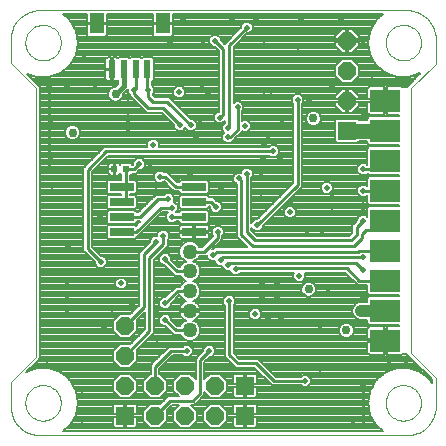
<source format=gbl>
G75*
G70*
%OFA0B0*%
%FSLAX24Y24*%
%IPPOS*%
%LPD*%
%AMOC8*
5,1,8,0,0,1.08239X$1,22.5*
%
%ADD10C,0.0000*%
%ADD11R,0.1000X0.0750*%
%ADD12R,0.0197X0.0236*%
%ADD13R,0.0600X0.0600*%
%ADD14OC8,0.0600*%
%ADD15C,0.0500*%
%ADD16R,0.0236X0.0610*%
%ADD17R,0.0472X0.0709*%
%ADD18R,0.0800X0.0260*%
%ADD19C,0.0079*%
%ADD20C,0.0198*%
%ADD21C,0.0100*%
%ADD22C,0.0295*%
%ADD23C,0.0400*%
%ADD24C,0.0500*%
%ADD25C,0.0160*%
D10*
X011483Y005999D02*
X011483Y006796D01*
X012327Y007639D01*
X012327Y016577D01*
X011483Y017421D01*
X011483Y018203D01*
X011485Y018265D01*
X011491Y018326D01*
X011500Y018387D01*
X011514Y018448D01*
X011531Y018507D01*
X011552Y018565D01*
X011577Y018622D01*
X011605Y018677D01*
X011636Y018730D01*
X011671Y018781D01*
X011709Y018830D01*
X011750Y018877D01*
X011793Y018920D01*
X011840Y018961D01*
X011889Y018999D01*
X011940Y019034D01*
X011993Y019065D01*
X012048Y019093D01*
X012105Y019118D01*
X012163Y019139D01*
X012222Y019156D01*
X012283Y019170D01*
X012344Y019179D01*
X012405Y019185D01*
X012467Y019187D01*
X012467Y019188D02*
X024672Y019188D01*
X024672Y019187D02*
X024734Y019185D01*
X024795Y019179D01*
X024856Y019170D01*
X024917Y019156D01*
X024976Y019139D01*
X025034Y019118D01*
X025091Y019093D01*
X025146Y019065D01*
X025199Y019034D01*
X025250Y018999D01*
X025299Y018961D01*
X025346Y018920D01*
X025389Y018877D01*
X025430Y018830D01*
X025468Y018781D01*
X025503Y018730D01*
X025534Y018677D01*
X025562Y018622D01*
X025587Y018565D01*
X025608Y018507D01*
X025625Y018448D01*
X025639Y018387D01*
X025648Y018326D01*
X025654Y018265D01*
X025656Y018203D01*
X025656Y017406D01*
X024827Y016577D01*
X024827Y007764D01*
X025656Y006935D01*
X025656Y005999D01*
X025654Y005937D01*
X025648Y005876D01*
X025639Y005815D01*
X025625Y005754D01*
X025608Y005695D01*
X025587Y005637D01*
X025562Y005580D01*
X025534Y005525D01*
X025503Y005472D01*
X025468Y005421D01*
X025430Y005372D01*
X025389Y005325D01*
X025346Y005282D01*
X025299Y005241D01*
X025250Y005203D01*
X025199Y005168D01*
X025146Y005137D01*
X025091Y005109D01*
X025034Y005084D01*
X024976Y005063D01*
X024917Y005046D01*
X024856Y005032D01*
X024795Y005023D01*
X024734Y005017D01*
X024672Y005015D01*
X024672Y005014D02*
X012467Y005014D01*
X012467Y005015D02*
X012405Y005017D01*
X012344Y005023D01*
X012283Y005032D01*
X012222Y005046D01*
X012163Y005063D01*
X012105Y005084D01*
X012048Y005109D01*
X011993Y005137D01*
X011940Y005168D01*
X011889Y005203D01*
X011840Y005241D01*
X011793Y005282D01*
X011750Y005325D01*
X011709Y005372D01*
X011671Y005421D01*
X011636Y005472D01*
X011605Y005525D01*
X011577Y005580D01*
X011552Y005637D01*
X011531Y005695D01*
X011514Y005754D01*
X011500Y005815D01*
X011491Y005876D01*
X011485Y005937D01*
X011483Y005999D01*
X011975Y006097D02*
X011977Y006145D01*
X011983Y006193D01*
X011993Y006240D01*
X012006Y006286D01*
X012024Y006331D01*
X012044Y006375D01*
X012069Y006417D01*
X012097Y006456D01*
X012127Y006493D01*
X012161Y006527D01*
X012198Y006559D01*
X012236Y006588D01*
X012277Y006613D01*
X012320Y006635D01*
X012365Y006653D01*
X012411Y006667D01*
X012458Y006678D01*
X012506Y006685D01*
X012554Y006688D01*
X012602Y006687D01*
X012650Y006682D01*
X012698Y006673D01*
X012744Y006661D01*
X012789Y006644D01*
X012833Y006624D01*
X012875Y006601D01*
X012915Y006574D01*
X012953Y006544D01*
X012988Y006511D01*
X013020Y006475D01*
X013050Y006437D01*
X013076Y006396D01*
X013098Y006353D01*
X013118Y006309D01*
X013133Y006264D01*
X013145Y006217D01*
X013153Y006169D01*
X013157Y006121D01*
X013157Y006073D01*
X013153Y006025D01*
X013145Y005977D01*
X013133Y005930D01*
X013118Y005885D01*
X013098Y005841D01*
X013076Y005798D01*
X013050Y005757D01*
X013020Y005719D01*
X012988Y005683D01*
X012953Y005650D01*
X012915Y005620D01*
X012875Y005593D01*
X012833Y005570D01*
X012789Y005550D01*
X012744Y005533D01*
X012698Y005521D01*
X012650Y005512D01*
X012602Y005507D01*
X012554Y005506D01*
X012506Y005509D01*
X012458Y005516D01*
X012411Y005527D01*
X012365Y005541D01*
X012320Y005559D01*
X012277Y005581D01*
X012236Y005606D01*
X012198Y005635D01*
X012161Y005667D01*
X012127Y005701D01*
X012097Y005738D01*
X012069Y005777D01*
X012044Y005819D01*
X012024Y005863D01*
X012006Y005908D01*
X011993Y005954D01*
X011983Y006001D01*
X011977Y006049D01*
X011975Y006097D01*
X023983Y006097D02*
X023985Y006145D01*
X023991Y006193D01*
X024001Y006240D01*
X024014Y006286D01*
X024032Y006331D01*
X024052Y006375D01*
X024077Y006417D01*
X024105Y006456D01*
X024135Y006493D01*
X024169Y006527D01*
X024206Y006559D01*
X024244Y006588D01*
X024285Y006613D01*
X024328Y006635D01*
X024373Y006653D01*
X024419Y006667D01*
X024466Y006678D01*
X024514Y006685D01*
X024562Y006688D01*
X024610Y006687D01*
X024658Y006682D01*
X024706Y006673D01*
X024752Y006661D01*
X024797Y006644D01*
X024841Y006624D01*
X024883Y006601D01*
X024923Y006574D01*
X024961Y006544D01*
X024996Y006511D01*
X025028Y006475D01*
X025058Y006437D01*
X025084Y006396D01*
X025106Y006353D01*
X025126Y006309D01*
X025141Y006264D01*
X025153Y006217D01*
X025161Y006169D01*
X025165Y006121D01*
X025165Y006073D01*
X025161Y006025D01*
X025153Y005977D01*
X025141Y005930D01*
X025126Y005885D01*
X025106Y005841D01*
X025084Y005798D01*
X025058Y005757D01*
X025028Y005719D01*
X024996Y005683D01*
X024961Y005650D01*
X024923Y005620D01*
X024883Y005593D01*
X024841Y005570D01*
X024797Y005550D01*
X024752Y005533D01*
X024706Y005521D01*
X024658Y005512D01*
X024610Y005507D01*
X024562Y005506D01*
X024514Y005509D01*
X024466Y005516D01*
X024419Y005527D01*
X024373Y005541D01*
X024328Y005559D01*
X024285Y005581D01*
X024244Y005606D01*
X024206Y005635D01*
X024169Y005667D01*
X024135Y005701D01*
X024105Y005738D01*
X024077Y005777D01*
X024052Y005819D01*
X024032Y005863D01*
X024014Y005908D01*
X024001Y005954D01*
X023991Y006001D01*
X023985Y006049D01*
X023983Y006097D01*
X023983Y018105D02*
X023985Y018153D01*
X023991Y018201D01*
X024001Y018248D01*
X024014Y018294D01*
X024032Y018339D01*
X024052Y018383D01*
X024077Y018425D01*
X024105Y018464D01*
X024135Y018501D01*
X024169Y018535D01*
X024206Y018567D01*
X024244Y018596D01*
X024285Y018621D01*
X024328Y018643D01*
X024373Y018661D01*
X024419Y018675D01*
X024466Y018686D01*
X024514Y018693D01*
X024562Y018696D01*
X024610Y018695D01*
X024658Y018690D01*
X024706Y018681D01*
X024752Y018669D01*
X024797Y018652D01*
X024841Y018632D01*
X024883Y018609D01*
X024923Y018582D01*
X024961Y018552D01*
X024996Y018519D01*
X025028Y018483D01*
X025058Y018445D01*
X025084Y018404D01*
X025106Y018361D01*
X025126Y018317D01*
X025141Y018272D01*
X025153Y018225D01*
X025161Y018177D01*
X025165Y018129D01*
X025165Y018081D01*
X025161Y018033D01*
X025153Y017985D01*
X025141Y017938D01*
X025126Y017893D01*
X025106Y017849D01*
X025084Y017806D01*
X025058Y017765D01*
X025028Y017727D01*
X024996Y017691D01*
X024961Y017658D01*
X024923Y017628D01*
X024883Y017601D01*
X024841Y017578D01*
X024797Y017558D01*
X024752Y017541D01*
X024706Y017529D01*
X024658Y017520D01*
X024610Y017515D01*
X024562Y017514D01*
X024514Y017517D01*
X024466Y017524D01*
X024419Y017535D01*
X024373Y017549D01*
X024328Y017567D01*
X024285Y017589D01*
X024244Y017614D01*
X024206Y017643D01*
X024169Y017675D01*
X024135Y017709D01*
X024105Y017746D01*
X024077Y017785D01*
X024052Y017827D01*
X024032Y017871D01*
X024014Y017916D01*
X024001Y017962D01*
X023991Y018009D01*
X023985Y018057D01*
X023983Y018105D01*
X011975Y018105D02*
X011977Y018153D01*
X011983Y018201D01*
X011993Y018248D01*
X012006Y018294D01*
X012024Y018339D01*
X012044Y018383D01*
X012069Y018425D01*
X012097Y018464D01*
X012127Y018501D01*
X012161Y018535D01*
X012198Y018567D01*
X012236Y018596D01*
X012277Y018621D01*
X012320Y018643D01*
X012365Y018661D01*
X012411Y018675D01*
X012458Y018686D01*
X012506Y018693D01*
X012554Y018696D01*
X012602Y018695D01*
X012650Y018690D01*
X012698Y018681D01*
X012744Y018669D01*
X012789Y018652D01*
X012833Y018632D01*
X012875Y018609D01*
X012915Y018582D01*
X012953Y018552D01*
X012988Y018519D01*
X013020Y018483D01*
X013050Y018445D01*
X013076Y018404D01*
X013098Y018361D01*
X013118Y018317D01*
X013133Y018272D01*
X013145Y018225D01*
X013153Y018177D01*
X013157Y018129D01*
X013157Y018081D01*
X013153Y018033D01*
X013145Y017985D01*
X013133Y017938D01*
X013118Y017893D01*
X013098Y017849D01*
X013076Y017806D01*
X013050Y017765D01*
X013020Y017727D01*
X012988Y017691D01*
X012953Y017658D01*
X012915Y017628D01*
X012875Y017601D01*
X012833Y017578D01*
X012789Y017558D01*
X012744Y017541D01*
X012698Y017529D01*
X012650Y017520D01*
X012602Y017515D01*
X012554Y017514D01*
X012506Y017517D01*
X012458Y017524D01*
X012411Y017535D01*
X012365Y017549D01*
X012320Y017567D01*
X012277Y017589D01*
X012236Y017614D01*
X012198Y017643D01*
X012161Y017675D01*
X012127Y017709D01*
X012097Y017746D01*
X012069Y017785D01*
X012044Y017827D01*
X012024Y017871D01*
X012006Y017916D01*
X011993Y017962D01*
X011983Y018009D01*
X011977Y018057D01*
X011975Y018105D01*
D11*
X023977Y016171D03*
X023977Y015171D03*
X023977Y014171D03*
X023977Y013171D03*
X023977Y012171D03*
X023977Y011171D03*
X023977Y010171D03*
X023977Y009171D03*
X023977Y008171D03*
D12*
X015336Y013889D03*
X014943Y013889D03*
D13*
X022702Y015171D03*
X019296Y006671D03*
X019296Y005671D03*
X015296Y005671D03*
D14*
X016296Y005671D03*
X017296Y005671D03*
X018296Y005671D03*
X018296Y006671D03*
X017296Y006671D03*
X016296Y006671D03*
X015296Y006671D03*
X015296Y007671D03*
X015296Y008671D03*
X022702Y016171D03*
X022702Y017171D03*
X022702Y018171D03*
D15*
X017452Y011139D03*
X017452Y010483D03*
X017452Y009827D03*
X017452Y009171D03*
X017452Y008514D03*
D16*
X016042Y017218D03*
X015649Y017218D03*
X015255Y017218D03*
X014861Y017218D03*
D17*
X014350Y018744D03*
X016554Y018744D03*
D18*
X017599Y013296D03*
X017599Y012796D03*
X017599Y012296D03*
X017599Y011796D03*
X015179Y011796D03*
X015179Y012296D03*
X015179Y012796D03*
X015179Y013296D03*
D19*
X015178Y013525D02*
X014738Y013525D01*
X014680Y013467D01*
X014680Y013124D01*
X014738Y013066D01*
X015178Y013066D01*
X015178Y013025D01*
X014738Y013025D01*
X014680Y012967D01*
X014680Y012624D01*
X014738Y012566D01*
X015621Y012566D01*
X015679Y012624D01*
X015679Y012967D01*
X015621Y013025D01*
X015476Y013025D01*
X015476Y013066D01*
X015621Y013066D01*
X015679Y013124D01*
X015679Y013467D01*
X015621Y013525D01*
X015476Y013525D01*
X015476Y013672D01*
X015534Y013730D01*
X015534Y013740D01*
X015670Y013740D01*
X015777Y013847D01*
X015847Y013847D01*
X015963Y013963D01*
X015963Y014128D01*
X015847Y014244D01*
X015682Y014244D01*
X015566Y014128D01*
X015566Y014058D01*
X015546Y014039D01*
X015534Y014039D01*
X015534Y014049D01*
X015476Y014107D01*
X015197Y014107D01*
X015138Y014049D01*
X015138Y014032D01*
X015125Y014064D01*
X015097Y014092D01*
X015061Y014107D01*
X014952Y014107D01*
X014952Y013899D01*
X014933Y013899D01*
X014933Y014107D01*
X014824Y014107D01*
X014788Y014092D01*
X014760Y014064D01*
X014745Y014027D01*
X014745Y013899D01*
X014933Y013899D01*
X014933Y013880D01*
X014745Y013880D01*
X014745Y013751D01*
X014760Y013715D01*
X014788Y013687D01*
X014824Y013672D01*
X014933Y013672D01*
X014933Y013880D01*
X014952Y013880D01*
X014952Y013672D01*
X015061Y013672D01*
X015097Y013687D01*
X015125Y013715D01*
X015138Y013747D01*
X015138Y013730D01*
X015178Y013691D01*
X015178Y013525D01*
X015178Y013588D02*
X014195Y013588D01*
X014195Y013511D02*
X014724Y013511D01*
X014680Y013434D02*
X014195Y013434D01*
X014195Y013356D02*
X014680Y013356D01*
X014680Y013279D02*
X014195Y013279D01*
X014195Y013202D02*
X014680Y013202D01*
X014680Y013125D02*
X014195Y013125D01*
X014195Y013047D02*
X015178Y013047D01*
X015476Y013047D02*
X016611Y013047D01*
X016602Y013039D02*
X016327Y013039D01*
X016240Y012951D01*
X015734Y012445D01*
X015679Y012445D01*
X015679Y012467D01*
X015621Y012525D01*
X014738Y012525D01*
X014680Y012467D01*
X014680Y012124D01*
X014738Y012066D01*
X015621Y012066D01*
X015679Y012124D01*
X015679Y012146D01*
X015810Y012146D01*
X015655Y011991D01*
X015621Y012025D01*
X014738Y012025D01*
X014680Y011967D01*
X014680Y011624D01*
X014738Y011566D01*
X015621Y011566D01*
X015679Y011624D01*
X015679Y011646D01*
X015732Y011646D01*
X016545Y012459D01*
X016727Y012459D01*
X016734Y012452D01*
X016660Y012378D01*
X016660Y012213D01*
X016776Y012097D01*
X016940Y012097D01*
X016989Y012146D01*
X017100Y012146D01*
X017100Y012124D01*
X017158Y012066D01*
X018041Y012066D01*
X018099Y012124D01*
X018099Y012467D01*
X018041Y012525D01*
X017158Y012525D01*
X017100Y012467D01*
X017100Y012445D01*
X016989Y012445D01*
X016982Y012452D01*
X017057Y012526D01*
X017057Y012690D01*
X016940Y012807D01*
X016931Y012807D01*
X016932Y012807D01*
X016932Y012972D01*
X016815Y013088D01*
X016651Y013088D01*
X016602Y013039D01*
X016856Y013047D02*
X019021Y013047D01*
X019021Y012970D02*
X018095Y012970D01*
X018099Y012967D02*
X018041Y013025D01*
X017158Y013025D01*
X017100Y012967D01*
X017100Y012624D01*
X017158Y012566D01*
X018041Y012566D01*
X018099Y012624D01*
X018099Y012646D01*
X018109Y012646D01*
X018128Y012627D01*
X018128Y012557D01*
X018245Y012441D01*
X018409Y012441D01*
X018525Y012557D01*
X018525Y012722D01*
X018409Y012838D01*
X018340Y012838D01*
X018320Y012857D01*
X018232Y012945D01*
X018099Y012945D01*
X018099Y012967D01*
X018041Y013066D02*
X018099Y013124D01*
X018099Y013467D01*
X018041Y013525D01*
X017158Y013525D01*
X017100Y013467D01*
X017100Y013445D01*
X017045Y013445D01*
X016701Y013789D01*
X016586Y013789D01*
X016537Y013838D01*
X016373Y013838D01*
X016257Y013722D01*
X016257Y013557D01*
X016373Y013441D01*
X016537Y013441D01*
X016582Y013486D01*
X016834Y013234D01*
X016921Y013146D01*
X017100Y013146D01*
X017100Y013124D01*
X017158Y013066D01*
X018041Y013066D01*
X018099Y013125D02*
X019021Y013125D01*
X019021Y013202D02*
X018099Y013202D01*
X018099Y013279D02*
X019021Y013279D01*
X019021Y013356D02*
X018099Y013356D01*
X018099Y013434D02*
X018971Y013434D01*
X019021Y013383D02*
X018910Y013495D01*
X018910Y013659D01*
X019026Y013775D01*
X019160Y013775D01*
X019160Y013815D01*
X019276Y013932D01*
X019440Y013932D01*
X019557Y013815D01*
X019557Y013651D01*
X019507Y013602D01*
X019507Y012101D01*
X019620Y012213D01*
X019689Y012213D01*
X020896Y013420D01*
X020896Y016071D01*
X020847Y016120D01*
X020847Y016284D01*
X020963Y016400D01*
X021128Y016400D01*
X021244Y016284D01*
X021244Y016120D01*
X021195Y016071D01*
X021195Y013296D01*
X019900Y012002D01*
X019900Y011932D01*
X019784Y011816D01*
X019620Y011816D01*
X019507Y011928D01*
X019507Y011857D01*
X019701Y011664D01*
X022765Y011664D01*
X022865Y011764D01*
X022865Y012014D01*
X022952Y012101D01*
X023035Y012183D01*
X023035Y012253D01*
X023151Y012369D01*
X023315Y012369D01*
X023378Y012307D01*
X023378Y012587D01*
X023436Y012645D01*
X024413Y012645D01*
X024413Y012696D01*
X023436Y012696D01*
X023378Y012754D01*
X023378Y013021D01*
X023364Y013021D01*
X023315Y012972D01*
X023151Y012972D01*
X023035Y013088D01*
X023035Y013253D01*
X023151Y013369D01*
X023315Y013369D01*
X023364Y013320D01*
X023378Y013320D01*
X023378Y013587D01*
X023436Y013645D01*
X024413Y013645D01*
X024413Y013696D01*
X023436Y013696D01*
X023392Y013740D01*
X023364Y013740D01*
X023315Y013691D01*
X023151Y013691D01*
X023035Y013807D01*
X023035Y013972D01*
X023151Y014088D01*
X023315Y014088D01*
X023364Y014039D01*
X023378Y014039D01*
X023378Y014587D01*
X023436Y014645D01*
X024413Y014645D01*
X024413Y014696D01*
X023436Y014696D01*
X023378Y014754D01*
X023378Y014821D01*
X023093Y014821D01*
X023043Y014771D01*
X022361Y014771D01*
X022303Y014829D01*
X022303Y015512D01*
X022361Y015570D01*
X023043Y015570D01*
X023093Y015520D01*
X023378Y015520D01*
X023378Y015587D01*
X023436Y015645D01*
X024413Y015645D01*
X024413Y015696D01*
X024016Y015696D01*
X024016Y016131D01*
X023938Y016131D01*
X023938Y015696D01*
X023457Y015696D01*
X023421Y015711D01*
X023393Y015739D01*
X023378Y015776D01*
X023378Y016131D01*
X023937Y016131D01*
X023937Y016210D01*
X023378Y016210D01*
X023378Y016565D01*
X023393Y016602D01*
X023421Y016630D01*
X023457Y016645D01*
X023938Y016645D01*
X023938Y016210D01*
X024016Y016210D01*
X024016Y016645D01*
X024497Y016645D01*
X024533Y016630D01*
X024540Y016623D01*
X024688Y016623D01*
X024688Y016635D01*
X025133Y017080D01*
X024777Y016951D01*
X024370Y016951D01*
X023988Y017090D01*
X023988Y017090D01*
X023676Y017352D01*
X023676Y017352D01*
X023472Y017704D01*
X023472Y017704D01*
X023402Y018105D01*
X023402Y018105D01*
X023472Y018506D01*
X023472Y018506D01*
X023676Y018858D01*
X023676Y018858D01*
X023902Y019048D01*
X016890Y019048D01*
X016890Y018348D01*
X016832Y018290D01*
X016277Y018290D01*
X016219Y018348D01*
X016219Y019048D01*
X014685Y019048D01*
X014685Y018348D01*
X014627Y018290D01*
X014072Y018290D01*
X014014Y018348D01*
X014014Y019048D01*
X013237Y019048D01*
X013464Y018858D01*
X013464Y018858D01*
X013667Y018506D01*
X013667Y018506D01*
X013738Y018105D01*
X013667Y017704D01*
X013667Y017704D01*
X013464Y017352D01*
X013464Y017352D01*
X013152Y017090D01*
X013152Y017090D01*
X012769Y016951D01*
X012362Y016951D01*
X012029Y017072D01*
X012466Y016635D01*
X012466Y007582D01*
X012385Y007500D01*
X012006Y007122D01*
X012362Y007251D01*
X012769Y007251D01*
X013152Y007112D01*
X013152Y007112D01*
X013464Y006850D01*
X013464Y006850D01*
X013667Y006498D01*
X013738Y006097D01*
X013738Y006097D01*
X013667Y005696D01*
X013667Y005696D01*
X013464Y005344D01*
X013464Y005344D01*
X013237Y005154D01*
X023902Y005154D01*
X023676Y005344D01*
X023676Y005344D01*
X023676Y005344D01*
X023472Y005696D01*
X023472Y005696D01*
X023402Y006097D01*
X023402Y006097D01*
X023472Y006498D01*
X023472Y006498D01*
X023676Y006850D01*
X023676Y006850D01*
X023988Y007112D01*
X023988Y007112D01*
X024370Y007251D01*
X024777Y007251D01*
X025160Y007112D01*
X025160Y007112D01*
X025472Y006850D01*
X025472Y006850D01*
X025472Y006850D01*
X025517Y006772D01*
X025517Y006877D01*
X024688Y007707D01*
X024688Y007718D01*
X024540Y007718D01*
X024533Y007711D01*
X024497Y007696D01*
X024016Y007696D01*
X024016Y008131D01*
X023938Y008131D01*
X023938Y007696D01*
X023457Y007696D01*
X023421Y007711D01*
X023393Y007739D01*
X023378Y007776D01*
X023378Y008131D01*
X023937Y008131D01*
X023937Y008210D01*
X023378Y008210D01*
X023378Y008565D01*
X023393Y008602D01*
X023421Y008630D01*
X023457Y008645D01*
X023938Y008645D01*
X023938Y008210D01*
X024016Y008210D01*
X024016Y008645D01*
X024413Y008645D01*
X024413Y008696D01*
X023436Y008696D01*
X023378Y008754D01*
X023378Y008871D01*
X023111Y008871D01*
X023001Y008917D01*
X022917Y009001D01*
X022871Y009111D01*
X022871Y009230D01*
X022917Y009340D01*
X023001Y009424D01*
X023111Y009470D01*
X023378Y009470D01*
X023378Y009587D01*
X023436Y009645D01*
X024413Y009645D01*
X024413Y009696D01*
X023436Y009696D01*
X023378Y009754D01*
X023378Y010021D01*
X023046Y010021D01*
X022640Y010428D01*
X021288Y010428D01*
X021307Y010409D01*
X021307Y010245D01*
X021190Y010128D01*
X021026Y010128D01*
X020910Y010245D01*
X020910Y010409D01*
X020928Y010428D01*
X019146Y010428D01*
X019065Y010347D01*
X018901Y010347D01*
X018785Y010463D01*
X018785Y010503D01*
X018651Y010503D01*
X018535Y010620D01*
X018535Y010660D01*
X018401Y010660D01*
X018285Y010776D01*
X018285Y010816D01*
X018151Y010816D01*
X018035Y010932D01*
X018035Y011042D01*
X017982Y010990D01*
X017768Y010990D01*
X017748Y010941D01*
X017650Y010843D01*
X017573Y010811D01*
X017650Y010779D01*
X017748Y010681D01*
X017801Y010553D01*
X017801Y010414D01*
X017748Y010285D01*
X017650Y010187D01*
X017573Y010155D01*
X017650Y010123D01*
X017748Y010025D01*
X017801Y009896D01*
X017801Y009757D01*
X017748Y009629D01*
X017650Y009531D01*
X017573Y009499D01*
X017617Y009480D01*
X017675Y009442D01*
X017723Y009393D01*
X017761Y009336D01*
X017788Y009273D01*
X017800Y009210D01*
X017491Y009210D01*
X017491Y009131D01*
X017800Y009131D01*
X017788Y009069D01*
X017761Y009005D01*
X017723Y008948D01*
X017675Y008899D01*
X017617Y008861D01*
X017573Y008842D01*
X017650Y008811D01*
X017748Y008712D01*
X017801Y008584D01*
X017801Y008445D01*
X017748Y008316D01*
X017650Y008218D01*
X017521Y008165D01*
X017382Y008165D01*
X017254Y008218D01*
X017156Y008316D01*
X017136Y008365D01*
X016921Y008365D01*
X016627Y008660D01*
X016557Y008660D01*
X016441Y008776D01*
X016441Y008940D01*
X016557Y009057D01*
X016722Y009057D01*
X016838Y008940D01*
X016838Y008871D01*
X017045Y008664D01*
X017136Y008664D01*
X017156Y008712D01*
X017254Y008811D01*
X017331Y008842D01*
X017286Y008861D01*
X017229Y008899D01*
X017180Y008948D01*
X017142Y009005D01*
X017116Y009069D01*
X017103Y009131D01*
X017412Y009131D01*
X017412Y009210D01*
X017103Y009210D01*
X017116Y009273D01*
X017142Y009336D01*
X017180Y009393D01*
X017229Y009442D01*
X017286Y009480D01*
X017331Y009499D01*
X017254Y009531D01*
X017156Y009629D01*
X017136Y009678D01*
X017107Y009678D01*
X016838Y009408D01*
X016838Y009338D01*
X016722Y009222D01*
X016557Y009222D01*
X016441Y009338D01*
X016441Y009503D01*
X016557Y009619D01*
X016627Y009619D01*
X016984Y009976D01*
X017136Y009976D01*
X017156Y010025D01*
X017254Y010123D01*
X017331Y010155D01*
X017254Y010187D01*
X017156Y010285D01*
X017136Y010334D01*
X016952Y010334D01*
X016595Y010691D01*
X016557Y010691D01*
X016441Y010807D01*
X016441Y010972D01*
X016557Y011088D01*
X016722Y011088D01*
X016838Y010972D01*
X016838Y010871D01*
X017076Y010632D01*
X017136Y010632D01*
X017156Y010681D01*
X017254Y010779D01*
X017331Y010811D01*
X017254Y010843D01*
X017156Y010941D01*
X017103Y011070D01*
X017103Y011209D01*
X017156Y011337D01*
X017254Y011436D01*
X017382Y011489D01*
X017521Y011489D01*
X017650Y011436D01*
X017748Y011337D01*
X017768Y011289D01*
X017859Y011289D01*
X018237Y011667D01*
X018191Y011713D01*
X018191Y011878D01*
X018307Y011994D01*
X018472Y011994D01*
X018588Y011878D01*
X018588Y011713D01*
X018539Y011664D01*
X018539Y011546D01*
X018451Y011459D01*
X018205Y011213D01*
X018220Y011213D01*
X018296Y011289D01*
X019373Y011289D01*
X019109Y011553D01*
X019021Y011640D01*
X019021Y013383D01*
X018910Y013511D02*
X018055Y013511D01*
X018285Y012893D02*
X019021Y012893D01*
X019021Y012816D02*
X018431Y012816D01*
X018508Y012738D02*
X019021Y012738D01*
X019021Y012661D02*
X018525Y012661D01*
X018525Y012584D02*
X019021Y012584D01*
X019021Y012507D02*
X018475Y012507D01*
X018179Y012507D02*
X018059Y012507D01*
X018058Y012584D02*
X018128Y012584D01*
X018099Y012429D02*
X019021Y012429D01*
X019021Y012352D02*
X018099Y012352D01*
X018099Y012275D02*
X019021Y012275D01*
X019021Y012198D02*
X018099Y012198D01*
X018095Y012120D02*
X019021Y012120D01*
X019021Y012043D02*
X016129Y012043D01*
X016052Y011966D02*
X017109Y011966D01*
X017115Y011982D02*
X017100Y011945D01*
X017100Y011821D01*
X017574Y011821D01*
X017574Y011770D01*
X017625Y011770D01*
X017625Y011821D01*
X018099Y011821D01*
X018099Y011945D01*
X018084Y011982D01*
X018056Y012010D01*
X018019Y012025D01*
X017625Y012025D01*
X017625Y011821D01*
X017574Y011821D01*
X017574Y012025D01*
X017180Y012025D01*
X017143Y012010D01*
X017115Y011982D01*
X017100Y011889D02*
X015975Y011889D01*
X015898Y011812D02*
X016437Y011812D01*
X016495Y011869D02*
X016378Y011753D01*
X016378Y011650D01*
X016245Y011650D01*
X016128Y011534D01*
X016128Y011465D01*
X015771Y011107D01*
X015771Y009357D01*
X015472Y009059D01*
X015461Y009070D01*
X015130Y009070D01*
X014896Y008836D01*
X014896Y008505D01*
X015130Y008271D01*
X015461Y008271D01*
X015695Y008505D01*
X015695Y008836D01*
X015684Y008847D01*
X015959Y009123D01*
X015959Y008545D01*
X015472Y008059D01*
X015461Y008070D01*
X015130Y008070D01*
X014896Y007836D01*
X014896Y007505D01*
X015130Y007271D01*
X015461Y007271D01*
X015695Y007505D01*
X015695Y007836D01*
X015684Y007847D01*
X016257Y008421D01*
X016257Y010859D01*
X016726Y011327D01*
X016726Y011539D01*
X016775Y011588D01*
X016775Y011753D01*
X016659Y011869D01*
X016495Y011869D01*
X016378Y011734D02*
X015821Y011734D01*
X015743Y011657D02*
X016378Y011657D01*
X016174Y011580D02*
X015634Y011580D01*
X016012Y011348D02*
X014195Y011348D01*
X014195Y011295D02*
X014195Y013796D01*
X014732Y014334D01*
X020102Y014334D01*
X020151Y014285D01*
X020315Y014285D01*
X020432Y014401D01*
X020432Y014565D01*
X020315Y014682D01*
X020151Y014682D01*
X020102Y014632D01*
X016432Y014632D01*
X016432Y014784D01*
X016315Y014900D01*
X016151Y014900D01*
X016035Y014784D01*
X016035Y014632D01*
X014609Y014632D01*
X014521Y014545D01*
X013896Y013920D01*
X013896Y011171D01*
X013984Y011084D01*
X014285Y010783D01*
X014285Y010713D01*
X014401Y010597D01*
X014565Y010597D01*
X014682Y010713D01*
X014682Y010878D01*
X014565Y010994D01*
X014496Y010994D01*
X014195Y011295D01*
X014219Y011271D02*
X015935Y011271D01*
X015857Y011194D02*
X014296Y011194D01*
X014374Y011116D02*
X015780Y011116D01*
X015771Y011039D02*
X014451Y011039D01*
X014597Y010962D02*
X015771Y010962D01*
X015771Y010885D02*
X014675Y010885D01*
X014682Y010807D02*
X015771Y010807D01*
X015771Y010730D02*
X014682Y010730D01*
X014621Y010653D02*
X015771Y010653D01*
X015771Y010576D02*
X012466Y010576D01*
X012466Y010653D02*
X014345Y010653D01*
X014285Y010730D02*
X012466Y010730D01*
X012466Y010807D02*
X014260Y010807D01*
X014183Y010885D02*
X012466Y010885D01*
X012466Y010962D02*
X014106Y010962D01*
X014028Y011039D02*
X012466Y011039D01*
X012466Y011116D02*
X013951Y011116D01*
X013896Y011194D02*
X012466Y011194D01*
X012466Y011271D02*
X013896Y011271D01*
X013896Y011348D02*
X012466Y011348D01*
X012466Y011425D02*
X013896Y011425D01*
X013896Y011503D02*
X012466Y011503D01*
X012466Y011580D02*
X013896Y011580D01*
X013896Y011657D02*
X012466Y011657D01*
X012466Y011734D02*
X013896Y011734D01*
X013896Y011812D02*
X012466Y011812D01*
X012466Y011889D02*
X013896Y011889D01*
X013896Y011966D02*
X012466Y011966D01*
X012466Y012043D02*
X013896Y012043D01*
X013896Y012120D02*
X012466Y012120D01*
X012466Y012198D02*
X013896Y012198D01*
X013896Y012275D02*
X012466Y012275D01*
X012466Y012352D02*
X013896Y012352D01*
X013896Y012429D02*
X012466Y012429D01*
X012466Y012507D02*
X013896Y012507D01*
X013896Y012584D02*
X012466Y012584D01*
X012466Y012661D02*
X013896Y012661D01*
X013896Y012738D02*
X012466Y012738D01*
X012466Y012816D02*
X013896Y012816D01*
X013896Y012893D02*
X012466Y012893D01*
X012466Y012970D02*
X013896Y012970D01*
X013896Y013047D02*
X012466Y013047D01*
X012466Y013125D02*
X013896Y013125D01*
X013896Y013202D02*
X012466Y013202D01*
X012466Y013279D02*
X013896Y013279D01*
X013896Y013356D02*
X012466Y013356D01*
X012466Y013434D02*
X013896Y013434D01*
X013896Y013511D02*
X012466Y013511D01*
X012466Y013588D02*
X013896Y013588D01*
X013896Y013665D02*
X012466Y013665D01*
X012466Y013743D02*
X013896Y013743D01*
X013896Y013820D02*
X012466Y013820D01*
X012466Y013897D02*
X013896Y013897D01*
X013951Y013974D02*
X012466Y013974D01*
X012466Y014051D02*
X014028Y014051D01*
X014105Y014129D02*
X012466Y014129D01*
X012466Y014206D02*
X014182Y014206D01*
X014259Y014283D02*
X012466Y014283D01*
X012466Y014360D02*
X014337Y014360D01*
X014414Y014438D02*
X012466Y014438D01*
X012466Y014515D02*
X014491Y014515D01*
X014568Y014592D02*
X012466Y014592D01*
X012466Y014669D02*
X016035Y014669D01*
X016035Y014747D02*
X012466Y014747D01*
X012466Y014824D02*
X016075Y014824D01*
X016392Y014824D02*
X018580Y014824D01*
X018535Y014870D02*
X018651Y014753D01*
X018815Y014753D01*
X018932Y014870D01*
X018932Y014877D01*
X018945Y014890D01*
X019195Y015140D01*
X019195Y015147D01*
X019213Y015128D01*
X019378Y015128D01*
X019494Y015245D01*
X019494Y015409D01*
X019378Y015525D01*
X019213Y015525D01*
X019195Y015507D01*
X019195Y015821D01*
X019244Y015870D01*
X019244Y016034D01*
X019128Y016150D01*
X018963Y016150D01*
X018914Y016101D01*
X018914Y017952D01*
X019371Y018410D01*
X019440Y018410D01*
X019557Y018526D01*
X019557Y018690D01*
X019440Y018807D01*
X019276Y018807D01*
X019160Y018690D01*
X019160Y018621D01*
X018615Y018076D01*
X018615Y018062D01*
X018494Y018183D01*
X018494Y018253D01*
X018378Y018369D01*
X018213Y018369D01*
X018097Y018253D01*
X018097Y018088D01*
X018213Y017972D01*
X018283Y017972D01*
X018428Y017827D01*
X018428Y015807D01*
X018370Y015807D01*
X018253Y015690D01*
X018253Y015526D01*
X018370Y015410D01*
X018534Y015410D01*
X018615Y015491D01*
X018615Y015427D01*
X018535Y015347D01*
X018535Y015182D01*
X018609Y015108D01*
X018535Y015034D01*
X018535Y014870D01*
X018535Y014901D02*
X013688Y014901D01*
X013686Y014899D02*
X013755Y014968D01*
X013793Y015059D01*
X013793Y015157D01*
X013755Y015248D01*
X013686Y015318D01*
X013595Y015355D01*
X013496Y015355D01*
X013406Y015318D01*
X013336Y015248D01*
X013299Y015157D01*
X013299Y015059D01*
X013336Y014968D01*
X013406Y014899D01*
X013496Y014861D01*
X013595Y014861D01*
X013686Y014899D01*
X013759Y014978D02*
X018535Y014978D01*
X018556Y015056D02*
X013791Y015056D01*
X013793Y015133D02*
X018584Y015133D01*
X018535Y015210D02*
X017616Y015210D01*
X017565Y015160D02*
X017682Y015276D01*
X017682Y015440D01*
X017565Y015557D01*
X017496Y015557D01*
X016851Y016201D01*
X016851Y016201D01*
X016764Y016289D01*
X016295Y016289D01*
X016226Y016357D01*
X016226Y016383D01*
X016275Y016432D01*
X016275Y016597D01*
X016192Y016680D01*
X016192Y016814D01*
X016202Y016814D01*
X016260Y016872D01*
X016260Y017564D01*
X016202Y017623D01*
X015883Y017623D01*
X015846Y017585D01*
X015808Y017623D01*
X015489Y017623D01*
X015452Y017585D01*
X015414Y017623D01*
X015096Y017623D01*
X015058Y017585D01*
X015036Y017607D01*
X014999Y017623D01*
X014881Y017623D01*
X014881Y017238D01*
X014842Y017238D01*
X014842Y017623D01*
X014723Y017623D01*
X014687Y017607D01*
X014659Y017580D01*
X014644Y017543D01*
X014644Y017238D01*
X014842Y017238D01*
X014842Y017198D01*
X014881Y017198D01*
X014881Y016814D01*
X014999Y016814D01*
X015036Y016829D01*
X015058Y016851D01*
X015076Y016834D01*
X015076Y016736D01*
X014976Y016636D01*
X014934Y016636D01*
X014843Y016599D01*
X014774Y016529D01*
X014736Y016439D01*
X014736Y016340D01*
X014774Y016249D01*
X014843Y016180D01*
X014934Y016142D01*
X015032Y016142D01*
X015123Y016180D01*
X015193Y016249D01*
X015230Y016340D01*
X015230Y016383D01*
X015410Y016562D01*
X015410Y016432D01*
X015459Y016383D01*
X015459Y016327D01*
X015546Y016240D01*
X016015Y015771D01*
X016515Y015771D01*
X016941Y015345D01*
X016941Y015276D01*
X017057Y015160D01*
X017222Y015160D01*
X017311Y015249D01*
X017401Y015160D01*
X017565Y015160D01*
X017682Y015287D02*
X018535Y015287D01*
X018553Y015365D02*
X017682Y015365D01*
X017680Y015442D02*
X018338Y015442D01*
X018260Y015519D02*
X017603Y015519D01*
X017456Y015596D02*
X018253Y015596D01*
X018253Y015674D02*
X017379Y015674D01*
X017302Y015751D02*
X018314Y015751D01*
X018428Y015828D02*
X017224Y015828D01*
X017147Y015905D02*
X018428Y015905D01*
X018428Y015983D02*
X017070Y015983D01*
X016993Y016060D02*
X018428Y016060D01*
X018428Y016137D02*
X016915Y016137D01*
X016838Y016214D02*
X018428Y016214D01*
X018428Y016291D02*
X017228Y016291D01*
X017190Y016253D02*
X017307Y016370D01*
X017307Y016534D01*
X017190Y016650D01*
X017026Y016650D01*
X016910Y016534D01*
X016910Y016370D01*
X017026Y016253D01*
X017190Y016253D01*
X017306Y016369D02*
X018428Y016369D01*
X018428Y016446D02*
X017307Y016446D01*
X017307Y016523D02*
X018428Y016523D01*
X018428Y016600D02*
X017240Y016600D01*
X016976Y016600D02*
X016271Y016600D01*
X016275Y016523D02*
X016910Y016523D01*
X016910Y016446D02*
X016275Y016446D01*
X016226Y016369D02*
X016911Y016369D01*
X016988Y016291D02*
X016292Y016291D01*
X015804Y015983D02*
X012466Y015983D01*
X012466Y016060D02*
X015727Y016060D01*
X015649Y016137D02*
X012466Y016137D01*
X012466Y016214D02*
X014809Y016214D01*
X014756Y016291D02*
X012466Y016291D01*
X012466Y016369D02*
X014736Y016369D01*
X014739Y016446D02*
X012466Y016446D01*
X012466Y016523D02*
X014771Y016523D01*
X014847Y016600D02*
X012466Y016600D01*
X012423Y016678D02*
X015018Y016678D01*
X015076Y016755D02*
X012346Y016755D01*
X012269Y016832D02*
X014684Y016832D01*
X014687Y016829D02*
X014723Y016814D01*
X014842Y016814D01*
X014842Y017198D01*
X014644Y017198D01*
X014644Y016893D01*
X014659Y016857D01*
X014687Y016829D01*
X014644Y016909D02*
X012191Y016909D01*
X012263Y016987D02*
X012114Y016987D01*
X012051Y017064D02*
X012037Y017064D01*
X012868Y016987D02*
X014644Y016987D01*
X014644Y017064D02*
X013080Y017064D01*
X013213Y017141D02*
X014644Y017141D01*
X014644Y017296D02*
X013397Y017296D01*
X013476Y017373D02*
X014644Y017373D01*
X014644Y017450D02*
X013521Y017450D01*
X013565Y017527D02*
X014644Y017527D01*
X014684Y017605D02*
X013610Y017605D01*
X013654Y017682D02*
X018428Y017682D01*
X018428Y017759D02*
X013677Y017759D01*
X013690Y017836D02*
X018419Y017836D01*
X018341Y017914D02*
X013704Y017914D01*
X013718Y017991D02*
X018195Y017991D01*
X018118Y018068D02*
X013731Y018068D01*
X013731Y018145D02*
X018097Y018145D01*
X018097Y018222D02*
X013717Y018222D01*
X013703Y018300D02*
X014062Y018300D01*
X014014Y018377D02*
X013690Y018377D01*
X013676Y018454D02*
X014014Y018454D01*
X014014Y018531D02*
X013652Y018531D01*
X013608Y018609D02*
X014014Y018609D01*
X014014Y018686D02*
X013563Y018686D01*
X013519Y018763D02*
X014014Y018763D01*
X014014Y018840D02*
X013474Y018840D01*
X013464Y018858D02*
X013464Y018858D01*
X013393Y018918D02*
X014014Y018918D01*
X014014Y018995D02*
X013301Y018995D01*
X014637Y018300D02*
X016267Y018300D01*
X016219Y018377D02*
X014685Y018377D01*
X014685Y018454D02*
X016219Y018454D01*
X016219Y018531D02*
X014685Y018531D01*
X014685Y018609D02*
X016219Y018609D01*
X016219Y018686D02*
X014685Y018686D01*
X014685Y018763D02*
X016219Y018763D01*
X016219Y018840D02*
X014685Y018840D01*
X014685Y018918D02*
X016219Y018918D01*
X016219Y018995D02*
X014685Y018995D01*
X014842Y017605D02*
X014881Y017605D01*
X014881Y017527D02*
X014842Y017527D01*
X014842Y017450D02*
X014881Y017450D01*
X014881Y017373D02*
X014842Y017373D01*
X014842Y017296D02*
X014881Y017296D01*
X014842Y017218D02*
X013305Y017218D01*
X014842Y017141D02*
X014881Y017141D01*
X014881Y017064D02*
X014842Y017064D01*
X014842Y016987D02*
X014881Y016987D01*
X014881Y016909D02*
X014842Y016909D01*
X014842Y016832D02*
X014881Y016832D01*
X015039Y016832D02*
X015076Y016832D01*
X015371Y016523D02*
X015410Y016523D01*
X015410Y016446D02*
X015293Y016446D01*
X015230Y016369D02*
X015459Y016369D01*
X015495Y016291D02*
X015210Y016291D01*
X015157Y016214D02*
X015572Y016214D01*
X015881Y015905D02*
X012466Y015905D01*
X012466Y015828D02*
X015958Y015828D01*
X016535Y015751D02*
X012466Y015751D01*
X012466Y015674D02*
X016613Y015674D01*
X016690Y015596D02*
X012466Y015596D01*
X012466Y015519D02*
X016767Y015519D01*
X016844Y015442D02*
X012466Y015442D01*
X012466Y015365D02*
X016922Y015365D01*
X016941Y015287D02*
X013716Y015287D01*
X013771Y015210D02*
X017007Y015210D01*
X017272Y015210D02*
X017351Y015210D01*
X016432Y014747D02*
X020896Y014747D01*
X020896Y014824D02*
X018886Y014824D01*
X018956Y014901D02*
X020896Y014901D01*
X020896Y014978D02*
X019033Y014978D01*
X019111Y015056D02*
X020896Y015056D01*
X020896Y015133D02*
X019382Y015133D01*
X019459Y015210D02*
X020896Y015210D01*
X020896Y015287D02*
X019494Y015287D01*
X019494Y015365D02*
X020896Y015365D01*
X020896Y015442D02*
X019461Y015442D01*
X019384Y015519D02*
X020896Y015519D01*
X020896Y015596D02*
X019195Y015596D01*
X019195Y015519D02*
X019207Y015519D01*
X019195Y015674D02*
X020896Y015674D01*
X020896Y015751D02*
X019195Y015751D01*
X019202Y015828D02*
X020896Y015828D01*
X020896Y015905D02*
X019244Y015905D01*
X019244Y015983D02*
X020896Y015983D01*
X020896Y016060D02*
X019218Y016060D01*
X019141Y016137D02*
X020847Y016137D01*
X020847Y016214D02*
X018914Y016214D01*
X018914Y016137D02*
X018950Y016137D01*
X018914Y016291D02*
X020855Y016291D01*
X020932Y016369D02*
X018914Y016369D01*
X018914Y016446D02*
X022412Y016446D01*
X022335Y016369D02*
X021159Y016369D01*
X021237Y016291D02*
X022303Y016291D01*
X022303Y016336D02*
X022303Y016210D01*
X022662Y016210D01*
X022662Y016131D01*
X022303Y016131D01*
X022303Y016005D01*
X022536Y015771D01*
X022663Y015771D01*
X022663Y016131D01*
X022741Y016131D01*
X022741Y015771D01*
X022867Y015771D01*
X023101Y016005D01*
X023101Y016131D01*
X022741Y016131D01*
X022741Y016210D01*
X022663Y016210D01*
X022663Y016570D01*
X022536Y016570D01*
X022303Y016336D01*
X022303Y016214D02*
X021244Y016214D01*
X021244Y016137D02*
X022662Y016137D01*
X022663Y016214D02*
X022741Y016214D01*
X022741Y016210D02*
X022741Y016570D01*
X022867Y016570D01*
X023101Y016336D01*
X023101Y016210D01*
X022741Y016210D01*
X022741Y016137D02*
X023937Y016137D01*
X023938Y016214D02*
X024016Y016214D01*
X024016Y016291D02*
X023938Y016291D01*
X023938Y016369D02*
X024016Y016369D01*
X024016Y016446D02*
X023938Y016446D01*
X023938Y016523D02*
X024016Y016523D01*
X024016Y016600D02*
X023938Y016600D01*
X023392Y016600D02*
X018914Y016600D01*
X018914Y016523D02*
X022490Y016523D01*
X022663Y016523D02*
X022741Y016523D01*
X022741Y016446D02*
X022663Y016446D01*
X022663Y016369D02*
X022741Y016369D01*
X022741Y016291D02*
X022663Y016291D01*
X022663Y016060D02*
X022741Y016060D01*
X022741Y015983D02*
X022663Y015983D01*
X022663Y015905D02*
X022741Y015905D01*
X022741Y015828D02*
X022663Y015828D01*
X022480Y015828D02*
X021195Y015828D01*
X021195Y015751D02*
X021401Y015751D01*
X021367Y015717D02*
X021330Y015626D01*
X021330Y015528D01*
X021367Y015437D01*
X021437Y015367D01*
X021528Y015330D01*
X021626Y015330D01*
X021717Y015367D01*
X021786Y015437D01*
X021824Y015528D01*
X021824Y015626D01*
X021786Y015717D01*
X021717Y015786D01*
X021626Y015824D01*
X021528Y015824D01*
X021437Y015786D01*
X021367Y015717D01*
X021350Y015674D02*
X021195Y015674D01*
X021195Y015596D02*
X021330Y015596D01*
X021333Y015519D02*
X021195Y015519D01*
X021195Y015442D02*
X021365Y015442D01*
X021444Y015365D02*
X021195Y015365D01*
X021195Y015287D02*
X022303Y015287D01*
X022303Y015210D02*
X021195Y015210D01*
X021195Y015133D02*
X022303Y015133D01*
X022303Y015056D02*
X021195Y015056D01*
X021195Y014978D02*
X022303Y014978D01*
X022303Y014901D02*
X021195Y014901D01*
X021195Y014824D02*
X022308Y014824D01*
X022303Y015365D02*
X021710Y015365D01*
X021788Y015442D02*
X022303Y015442D01*
X022310Y015519D02*
X021820Y015519D01*
X021824Y015596D02*
X023387Y015596D01*
X023388Y015751D02*
X021752Y015751D01*
X021804Y015674D02*
X024413Y015674D01*
X024016Y015751D02*
X023938Y015751D01*
X023938Y015828D02*
X024016Y015828D01*
X024016Y015905D02*
X023938Y015905D01*
X023938Y015983D02*
X024016Y015983D01*
X024016Y016060D02*
X023938Y016060D01*
X023378Y016060D02*
X023101Y016060D01*
X023079Y015983D02*
X023378Y015983D01*
X023378Y015905D02*
X023001Y015905D01*
X022924Y015828D02*
X023378Y015828D01*
X023378Y016214D02*
X023101Y016214D01*
X023101Y016291D02*
X023378Y016291D01*
X023378Y016369D02*
X023069Y016369D01*
X022991Y016446D02*
X023378Y016446D01*
X023378Y016523D02*
X022914Y016523D01*
X022867Y016771D02*
X022536Y016771D01*
X022303Y017005D01*
X022303Y017336D01*
X022536Y017570D01*
X022867Y017570D01*
X023101Y017336D01*
X023101Y017005D01*
X022867Y016771D01*
X022928Y016832D02*
X024885Y016832D01*
X024808Y016755D02*
X018914Y016755D01*
X018914Y016832D02*
X022476Y016832D01*
X022398Y016909D02*
X018914Y016909D01*
X018914Y016987D02*
X022321Y016987D01*
X022303Y017064D02*
X018914Y017064D01*
X018914Y017141D02*
X022303Y017141D01*
X022303Y017218D02*
X018914Y017218D01*
X018914Y017296D02*
X022303Y017296D01*
X022339Y017373D02*
X018914Y017373D01*
X018914Y017450D02*
X022417Y017450D01*
X022494Y017527D02*
X018914Y017527D01*
X018914Y017605D02*
X023530Y017605D01*
X023485Y017682D02*
X018914Y017682D01*
X018914Y017759D02*
X023463Y017759D01*
X023449Y017836D02*
X022932Y017836D01*
X022867Y017771D02*
X023101Y018005D01*
X023101Y018131D01*
X022741Y018131D01*
X022741Y017771D01*
X022867Y017771D01*
X022741Y017836D02*
X022663Y017836D01*
X022663Y017771D02*
X022663Y018131D01*
X022741Y018131D01*
X022741Y018210D01*
X022663Y018210D01*
X022663Y018570D01*
X022536Y018570D01*
X022303Y018336D01*
X022303Y018210D01*
X022662Y018210D01*
X022662Y018131D01*
X022303Y018131D01*
X022303Y018005D01*
X022536Y017771D01*
X022663Y017771D01*
X022663Y017914D02*
X022741Y017914D01*
X022741Y017991D02*
X022663Y017991D01*
X022663Y018068D02*
X022741Y018068D01*
X022741Y018145D02*
X023409Y018145D01*
X023408Y018068D02*
X023101Y018068D01*
X023087Y017991D02*
X023422Y017991D01*
X023435Y017914D02*
X023010Y017914D01*
X022910Y017527D02*
X023574Y017527D01*
X023619Y017450D02*
X022987Y017450D01*
X023064Y017373D02*
X023664Y017373D01*
X023676Y017352D02*
X023676Y017352D01*
X023743Y017296D02*
X023101Y017296D01*
X023101Y017218D02*
X023835Y017218D01*
X023927Y017141D02*
X023101Y017141D01*
X023101Y017064D02*
X024059Y017064D01*
X024271Y016987D02*
X023083Y016987D01*
X023005Y016909D02*
X024962Y016909D01*
X025040Y016987D02*
X024876Y016987D01*
X025088Y017064D02*
X025117Y017064D01*
X024731Y016678D02*
X018914Y016678D01*
X018428Y016678D02*
X016194Y016678D01*
X016192Y016755D02*
X018428Y016755D01*
X018428Y016832D02*
X016220Y016832D01*
X016260Y016909D02*
X018428Y016909D01*
X018428Y016987D02*
X016260Y016987D01*
X016260Y017064D02*
X018428Y017064D01*
X018428Y017141D02*
X016260Y017141D01*
X016260Y017218D02*
X018428Y017218D01*
X018428Y017296D02*
X016260Y017296D01*
X016260Y017373D02*
X018428Y017373D01*
X018428Y017450D02*
X016260Y017450D01*
X016260Y017527D02*
X018428Y017527D01*
X018428Y017605D02*
X016220Y017605D01*
X015865Y017605D02*
X015826Y017605D01*
X015471Y017605D02*
X015432Y017605D01*
X015078Y017605D02*
X015039Y017605D01*
X016841Y018300D02*
X018144Y018300D01*
X018447Y018300D02*
X018838Y018300D01*
X018761Y018222D02*
X018494Y018222D01*
X018532Y018145D02*
X018684Y018145D01*
X018615Y018068D02*
X018609Y018068D01*
X018914Y017914D02*
X022394Y017914D01*
X022317Y017991D02*
X018952Y017991D01*
X019029Y018068D02*
X022303Y018068D01*
X022303Y018222D02*
X019184Y018222D01*
X019106Y018145D02*
X022662Y018145D01*
X022663Y018222D02*
X022741Y018222D01*
X022741Y018210D02*
X022741Y018570D01*
X022867Y018570D01*
X023101Y018336D01*
X023101Y018210D01*
X022741Y018210D01*
X022741Y018300D02*
X022663Y018300D01*
X022663Y018377D02*
X022741Y018377D01*
X022741Y018454D02*
X022663Y018454D01*
X022663Y018531D02*
X022741Y018531D01*
X022906Y018531D02*
X023487Y018531D01*
X023463Y018454D02*
X022983Y018454D01*
X023060Y018377D02*
X023450Y018377D01*
X023436Y018300D02*
X023101Y018300D01*
X023101Y018222D02*
X023422Y018222D01*
X023532Y018609D02*
X019557Y018609D01*
X019557Y018686D02*
X023576Y018686D01*
X023621Y018763D02*
X019484Y018763D01*
X019557Y018531D02*
X022498Y018531D01*
X022421Y018454D02*
X019485Y018454D01*
X019338Y018377D02*
X022343Y018377D01*
X022303Y018300D02*
X019261Y018300D01*
X019070Y018531D02*
X016890Y018531D01*
X016890Y018454D02*
X018993Y018454D01*
X018916Y018377D02*
X016890Y018377D01*
X016890Y018609D02*
X019147Y018609D01*
X019160Y018686D02*
X016890Y018686D01*
X016890Y018763D02*
X019233Y018763D01*
X018914Y017836D02*
X022471Y017836D01*
X023665Y018840D02*
X016890Y018840D01*
X016890Y018918D02*
X023747Y018918D01*
X023839Y018995D02*
X016890Y018995D01*
X021195Y016060D02*
X022303Y016060D01*
X022325Y015983D02*
X021195Y015983D01*
X021195Y015905D02*
X022402Y015905D01*
X023385Y014747D02*
X021195Y014747D01*
X021195Y014669D02*
X024413Y014669D01*
X023383Y014592D02*
X021195Y014592D01*
X021195Y014515D02*
X023378Y014515D01*
X023378Y014438D02*
X021195Y014438D01*
X021195Y014360D02*
X023378Y014360D01*
X023378Y014283D02*
X021195Y014283D01*
X021195Y014206D02*
X023378Y014206D01*
X023378Y014129D02*
X021195Y014129D01*
X021195Y014051D02*
X023115Y014051D01*
X023037Y013974D02*
X021195Y013974D01*
X021195Y013897D02*
X023035Y013897D01*
X023035Y013820D02*
X021195Y013820D01*
X021195Y013743D02*
X023099Y013743D01*
X023379Y013588D02*
X021195Y013588D01*
X021195Y013511D02*
X023378Y013511D01*
X023378Y013434D02*
X022126Y013434D01*
X022097Y013463D02*
X021932Y013463D01*
X021816Y013347D01*
X021816Y013182D01*
X021932Y013066D01*
X022097Y013066D01*
X022213Y013182D01*
X022213Y013347D01*
X022097Y013463D01*
X022203Y013356D02*
X023138Y013356D01*
X023061Y013279D02*
X022213Y013279D01*
X022213Y013202D02*
X023035Y013202D01*
X023035Y013125D02*
X022155Y013125D01*
X021874Y013125D02*
X021023Y013125D01*
X021101Y013202D02*
X021816Y013202D01*
X021816Y013279D02*
X021178Y013279D01*
X021195Y013356D02*
X021826Y013356D01*
X021903Y013434D02*
X021195Y013434D01*
X021195Y013665D02*
X024413Y013665D01*
X023378Y013356D02*
X023328Y013356D01*
X023378Y012970D02*
X020869Y012970D01*
X020792Y012893D02*
X023378Y012893D01*
X023378Y012816D02*
X020714Y012816D01*
X020637Y012738D02*
X023394Y012738D01*
X023378Y012584D02*
X020944Y012584D01*
X020994Y012534D02*
X020878Y012650D01*
X020713Y012650D01*
X020597Y012534D01*
X020597Y012370D01*
X020713Y012253D01*
X020878Y012253D01*
X020994Y012370D01*
X020994Y012534D01*
X020994Y012507D02*
X023378Y012507D01*
X023378Y012429D02*
X020994Y012429D01*
X020977Y012352D02*
X023134Y012352D01*
X023057Y012275D02*
X020899Y012275D01*
X020692Y012275D02*
X020174Y012275D01*
X020251Y012352D02*
X020615Y012352D01*
X020597Y012429D02*
X020328Y012429D01*
X020405Y012507D02*
X020597Y012507D01*
X020647Y012584D02*
X020483Y012584D01*
X020560Y012661D02*
X024413Y012661D01*
X023378Y012352D02*
X023332Y012352D01*
X023035Y012198D02*
X020096Y012198D01*
X020019Y012120D02*
X022972Y012120D01*
X022895Y012043D02*
X019942Y012043D01*
X019900Y011966D02*
X022865Y011966D01*
X022865Y011889D02*
X019857Y011889D01*
X019631Y011734D02*
X022836Y011734D01*
X022865Y011812D02*
X019553Y011812D01*
X019547Y011889D02*
X019507Y011889D01*
X019507Y012120D02*
X019527Y012120D01*
X019507Y012198D02*
X019605Y012198D01*
X019507Y012275D02*
X019751Y012275D01*
X019828Y012352D02*
X019507Y012352D01*
X019507Y012429D02*
X019906Y012429D01*
X019983Y012507D02*
X019507Y012507D01*
X019507Y012584D02*
X020060Y012584D01*
X020137Y012661D02*
X019507Y012661D01*
X019507Y012738D02*
X020215Y012738D01*
X020292Y012816D02*
X019507Y012816D01*
X019507Y012893D02*
X020369Y012893D01*
X020446Y012970D02*
X019507Y012970D01*
X019507Y013047D02*
X020524Y013047D01*
X020601Y013125D02*
X019507Y013125D01*
X019507Y013202D02*
X020678Y013202D01*
X020755Y013279D02*
X019507Y013279D01*
X019507Y013356D02*
X020833Y013356D01*
X020896Y013434D02*
X019507Y013434D01*
X019507Y013511D02*
X020896Y013511D01*
X020896Y013588D02*
X019507Y013588D01*
X019557Y013665D02*
X020896Y013665D01*
X020896Y013743D02*
X019557Y013743D01*
X019552Y013820D02*
X020896Y013820D01*
X020896Y013897D02*
X019475Y013897D01*
X019241Y013897D02*
X015896Y013897D01*
X015963Y013974D02*
X020896Y013974D01*
X020896Y014051D02*
X015963Y014051D01*
X015962Y014129D02*
X020896Y014129D01*
X020896Y014206D02*
X015885Y014206D01*
X015644Y014206D02*
X014605Y014206D01*
X014682Y014283D02*
X020896Y014283D01*
X020896Y014360D02*
X020391Y014360D01*
X020432Y014438D02*
X020896Y014438D01*
X020896Y014515D02*
X020432Y014515D01*
X020405Y014592D02*
X020896Y014592D01*
X020896Y014669D02*
X020327Y014669D01*
X020139Y014669D02*
X016432Y014669D01*
X015567Y014129D02*
X014527Y014129D01*
X014450Y014051D02*
X014755Y014051D01*
X014745Y013974D02*
X014373Y013974D01*
X014296Y013897D02*
X014933Y013897D01*
X014933Y013820D02*
X014952Y013820D01*
X014952Y013743D02*
X014933Y013743D01*
X014748Y013743D02*
X014195Y013743D01*
X014195Y013665D02*
X015178Y013665D01*
X015138Y013743D02*
X015137Y013743D01*
X014952Y013974D02*
X014933Y013974D01*
X014933Y014051D02*
X014952Y014051D01*
X015130Y014051D02*
X015141Y014051D01*
X015531Y014051D02*
X015559Y014051D01*
X015750Y013820D02*
X016355Y013820D01*
X016278Y013743D02*
X015673Y013743D01*
X015476Y013665D02*
X016257Y013665D01*
X016257Y013588D02*
X015476Y013588D01*
X015635Y013511D02*
X016303Y013511D01*
X016634Y013434D02*
X015679Y013434D01*
X015679Y013356D02*
X016711Y013356D01*
X016788Y013279D02*
X015679Y013279D01*
X015679Y013202D02*
X016866Y013202D01*
X016932Y012970D02*
X017103Y012970D01*
X017100Y012893D02*
X016932Y012893D01*
X016932Y012816D02*
X017100Y012816D01*
X017100Y012738D02*
X017008Y012738D01*
X017057Y012661D02*
X017100Y012661D01*
X017141Y012584D02*
X017057Y012584D01*
X017037Y012507D02*
X017140Y012507D01*
X016711Y012429D02*
X016516Y012429D01*
X016438Y012352D02*
X016660Y012352D01*
X016660Y012275D02*
X016361Y012275D01*
X016284Y012198D02*
X016675Y012198D01*
X016753Y012120D02*
X016207Y012120D01*
X015784Y012120D02*
X015675Y012120D01*
X015707Y012043D02*
X014195Y012043D01*
X014195Y011966D02*
X014680Y011966D01*
X014680Y011889D02*
X014195Y011889D01*
X014195Y011812D02*
X014680Y011812D01*
X014680Y011734D02*
X014195Y011734D01*
X014195Y011657D02*
X014680Y011657D01*
X014725Y011580D02*
X014195Y011580D01*
X014195Y011503D02*
X016128Y011503D01*
X016089Y011425D02*
X014195Y011425D01*
X014195Y012120D02*
X014684Y012120D01*
X014680Y012198D02*
X014195Y012198D01*
X014195Y012275D02*
X014680Y012275D01*
X014680Y012352D02*
X014195Y012352D01*
X014195Y012429D02*
X014680Y012429D01*
X014720Y012507D02*
X014195Y012507D01*
X014195Y012584D02*
X014721Y012584D01*
X014680Y012661D02*
X014195Y012661D01*
X014195Y012738D02*
X014680Y012738D01*
X014680Y012816D02*
X014195Y012816D01*
X014195Y012893D02*
X014680Y012893D01*
X014683Y012970D02*
X014195Y012970D01*
X014219Y013820D02*
X014745Y013820D01*
X015679Y013125D02*
X017100Y013125D01*
X017144Y013511D02*
X016979Y013511D01*
X016902Y013588D02*
X018910Y013588D01*
X018916Y013665D02*
X016825Y013665D01*
X016747Y013743D02*
X018993Y013743D01*
X019164Y013820D02*
X016555Y013820D01*
X016259Y012970D02*
X015675Y012970D01*
X015679Y012893D02*
X016182Y012893D01*
X016104Y012816D02*
X015679Y012816D01*
X015679Y012738D02*
X016027Y012738D01*
X015950Y012661D02*
X015679Y012661D01*
X015638Y012584D02*
X015873Y012584D01*
X015795Y012507D02*
X015639Y012507D01*
X016717Y011812D02*
X017574Y011812D01*
X017574Y011770D02*
X017100Y011770D01*
X017100Y011646D01*
X017115Y011609D01*
X017143Y011581D01*
X017180Y011566D01*
X017574Y011566D01*
X017574Y011770D01*
X017574Y011734D02*
X017625Y011734D01*
X017625Y011770D02*
X017625Y011566D01*
X018019Y011566D01*
X018056Y011581D01*
X018084Y011609D01*
X018099Y011646D01*
X018099Y011770D01*
X017625Y011770D01*
X017625Y011812D02*
X018191Y011812D01*
X018202Y011889D02*
X018099Y011889D01*
X018090Y011966D02*
X018279Y011966D01*
X018500Y011966D02*
X019021Y011966D01*
X019021Y011889D02*
X018577Y011889D01*
X018588Y011812D02*
X019021Y011812D01*
X019021Y011734D02*
X018588Y011734D01*
X018539Y011657D02*
X019021Y011657D01*
X019081Y011580D02*
X018539Y011580D01*
X018495Y011503D02*
X019159Y011503D01*
X019236Y011425D02*
X018418Y011425D01*
X018341Y011348D02*
X019313Y011348D01*
X018278Y011271D02*
X018263Y011271D01*
X018073Y011503D02*
X016726Y011503D01*
X016726Y011425D02*
X017244Y011425D01*
X017166Y011348D02*
X016726Y011348D01*
X016670Y011271D02*
X017128Y011271D01*
X017103Y011194D02*
X016592Y011194D01*
X016515Y011116D02*
X017103Y011116D01*
X017115Y011039D02*
X016770Y011039D01*
X016838Y010962D02*
X017147Y010962D01*
X017213Y010885D02*
X016838Y010885D01*
X016901Y010807D02*
X017322Y010807D01*
X017205Y010730D02*
X016979Y010730D01*
X017056Y010653D02*
X017144Y010653D01*
X016788Y010498D02*
X016257Y010498D01*
X016257Y010421D02*
X016865Y010421D01*
X016942Y010344D02*
X016257Y010344D01*
X016257Y010267D02*
X017174Y010267D01*
X017251Y010189D02*
X016257Y010189D01*
X016257Y010112D02*
X017243Y010112D01*
X017166Y010035D02*
X016257Y010035D01*
X016257Y009958D02*
X016965Y009958D01*
X016888Y009881D02*
X016257Y009881D01*
X016257Y009803D02*
X016811Y009803D01*
X016734Y009726D02*
X016257Y009726D01*
X016257Y009649D02*
X016656Y009649D01*
X016510Y009572D02*
X016257Y009572D01*
X016257Y009494D02*
X016441Y009494D01*
X016441Y009417D02*
X016257Y009417D01*
X016257Y009340D02*
X016441Y009340D01*
X016517Y009263D02*
X016257Y009263D01*
X016257Y009185D02*
X017412Y009185D01*
X017491Y009185D02*
X018615Y009185D01*
X018615Y009108D02*
X017796Y009108D01*
X017772Y009031D02*
X018615Y009031D01*
X018615Y008954D02*
X017727Y008954D01*
X017640Y008876D02*
X018615Y008876D01*
X018615Y008799D02*
X017661Y008799D01*
X017738Y008722D02*
X018615Y008722D01*
X018615Y008645D02*
X017776Y008645D01*
X017801Y008567D02*
X018615Y008567D01*
X018615Y008490D02*
X017801Y008490D01*
X017788Y008413D02*
X018615Y008413D01*
X018615Y008336D02*
X017756Y008336D01*
X017690Y008258D02*
X018615Y008258D01*
X018615Y008181D02*
X017561Y008181D01*
X017440Y008025D02*
X017557Y007909D01*
X017557Y007745D01*
X017440Y007628D01*
X017276Y007628D01*
X017227Y007678D01*
X016889Y007678D01*
X016445Y007234D01*
X016445Y007070D01*
X016461Y007070D01*
X016695Y006836D01*
X016695Y006505D01*
X016461Y006271D01*
X016130Y006271D01*
X015896Y006505D01*
X015896Y006836D01*
X016130Y007070D01*
X016146Y007070D01*
X016146Y007357D01*
X016234Y007445D01*
X016765Y007976D01*
X017227Y007976D01*
X017276Y008025D01*
X017440Y008025D01*
X017516Y007950D02*
X017950Y007950D01*
X017910Y007909D02*
X017910Y007840D01*
X017734Y007664D01*
X017646Y007576D01*
X017646Y006885D01*
X017461Y007070D01*
X017130Y007070D01*
X016896Y006836D01*
X016896Y006505D01*
X017081Y006320D01*
X016734Y006320D01*
X016472Y006059D01*
X016461Y006070D01*
X016130Y006070D01*
X015896Y005836D01*
X015896Y005505D01*
X016130Y005271D01*
X016461Y005271D01*
X016695Y005505D01*
X016695Y005836D01*
X016684Y005847D01*
X016857Y006021D01*
X017081Y006021D01*
X016896Y005836D01*
X016896Y005505D01*
X017130Y005271D01*
X017461Y005271D01*
X017695Y005505D01*
X017695Y005836D01*
X017510Y006021D01*
X017607Y006021D01*
X017695Y006109D01*
X017945Y006359D01*
X017945Y006456D01*
X018130Y006271D01*
X018461Y006271D01*
X018695Y006505D01*
X018695Y006836D01*
X018461Y007070D01*
X018130Y007070D01*
X017945Y006885D01*
X017945Y007452D01*
X018121Y007628D01*
X018190Y007628D01*
X018307Y007745D01*
X018307Y007909D01*
X018190Y008025D01*
X018026Y008025D01*
X017910Y007909D01*
X017910Y007872D02*
X017557Y007872D01*
X017557Y007795D02*
X017865Y007795D01*
X017788Y007718D02*
X017530Y007718D01*
X017452Y007641D02*
X017711Y007641D01*
X017646Y007563D02*
X016775Y007563D01*
X016852Y007641D02*
X017264Y007641D01*
X017646Y007486D02*
X016697Y007486D01*
X016620Y007409D02*
X017646Y007409D01*
X017646Y007332D02*
X016543Y007332D01*
X016466Y007254D02*
X017646Y007254D01*
X017646Y007177D02*
X016445Y007177D01*
X016445Y007100D02*
X017646Y007100D01*
X017646Y007023D02*
X017508Y007023D01*
X017586Y006945D02*
X017646Y006945D01*
X017945Y006945D02*
X018006Y006945D01*
X017945Y007023D02*
X018083Y007023D01*
X017945Y007100D02*
X019780Y007100D01*
X019703Y007177D02*
X017945Y007177D01*
X017945Y007254D02*
X019626Y007254D01*
X019609Y007271D02*
X020115Y006765D01*
X020202Y006678D01*
X021164Y006678D01*
X021213Y006628D01*
X021378Y006628D01*
X021494Y006745D01*
X021494Y006909D01*
X021378Y007025D01*
X021213Y007025D01*
X021164Y006976D01*
X020326Y006976D01*
X019732Y007570D01*
X019107Y007570D01*
X018914Y007764D01*
X018914Y009352D01*
X018963Y009401D01*
X018963Y009565D01*
X018847Y009682D01*
X018682Y009682D01*
X018566Y009565D01*
X018566Y009401D01*
X018615Y009352D01*
X018615Y007640D01*
X018896Y007359D01*
X018984Y007271D01*
X019609Y007271D01*
X019615Y007070D02*
X019335Y007070D01*
X019335Y006710D01*
X019256Y006710D01*
X019256Y006631D01*
X018896Y006631D01*
X018896Y006351D01*
X018911Y006314D01*
X018939Y006286D01*
X018976Y006271D01*
X019256Y006271D01*
X019256Y006631D01*
X019335Y006631D01*
X019335Y006271D01*
X019615Y006271D01*
X019652Y006286D01*
X019680Y006314D01*
X019695Y006351D01*
X019695Y006631D01*
X019335Y006631D01*
X019335Y006710D01*
X019695Y006710D01*
X019695Y006990D01*
X019680Y007027D01*
X019652Y007055D01*
X019615Y007070D01*
X019682Y007023D02*
X019857Y007023D01*
X019935Y006945D02*
X019695Y006945D01*
X019695Y006868D02*
X020012Y006868D01*
X020089Y006791D02*
X019695Y006791D01*
X019695Y006714D02*
X020166Y006714D01*
X020280Y007023D02*
X021211Y007023D01*
X021380Y007023D02*
X023881Y007023D01*
X023973Y007100D02*
X020203Y007100D01*
X020125Y007177D02*
X024166Y007177D01*
X023789Y006945D02*
X021458Y006945D01*
X021494Y006868D02*
X023697Y006868D01*
X023641Y006791D02*
X021494Y006791D01*
X021463Y006714D02*
X023597Y006714D01*
X023552Y006636D02*
X021386Y006636D01*
X021205Y006636D02*
X019335Y006636D01*
X019335Y006559D02*
X019256Y006559D01*
X019256Y006482D02*
X019335Y006482D01*
X019335Y006405D02*
X019256Y006405D01*
X019256Y006327D02*
X019335Y006327D01*
X019335Y006070D02*
X019335Y005710D01*
X019256Y005710D01*
X019256Y005631D01*
X018896Y005631D01*
X018896Y005351D01*
X018911Y005314D01*
X018939Y005286D01*
X018976Y005271D01*
X019256Y005271D01*
X019256Y005631D01*
X019335Y005631D01*
X019335Y005271D01*
X019615Y005271D01*
X019652Y005286D01*
X019680Y005314D01*
X019695Y005351D01*
X019695Y005631D01*
X019335Y005631D01*
X019335Y005710D01*
X019695Y005710D01*
X019695Y005990D01*
X019680Y006027D01*
X019652Y006055D01*
X019615Y006070D01*
X019335Y006070D01*
X019335Y006018D02*
X019256Y006018D01*
X019256Y006070D02*
X018976Y006070D01*
X018939Y006055D01*
X018911Y006027D01*
X018896Y005990D01*
X018896Y005710D01*
X019256Y005710D01*
X019256Y006070D01*
X019256Y005941D02*
X019335Y005941D01*
X019335Y005864D02*
X019256Y005864D01*
X019256Y005787D02*
X019335Y005787D01*
X019335Y005710D02*
X023470Y005710D01*
X023456Y005787D02*
X019695Y005787D01*
X019695Y005864D02*
X023443Y005864D01*
X023429Y005941D02*
X019695Y005941D01*
X019683Y006018D02*
X023415Y006018D01*
X023402Y006096D02*
X017682Y006096D01*
X017759Y006173D02*
X023415Y006173D01*
X023429Y006250D02*
X017836Y006250D01*
X017914Y006327D02*
X018074Y006327D01*
X017997Y006405D02*
X017945Y006405D01*
X018130Y006070D02*
X017896Y005836D01*
X017896Y005505D01*
X018130Y005271D01*
X018461Y005271D01*
X018695Y005505D01*
X018695Y005836D01*
X018461Y006070D01*
X018130Y006070D01*
X018079Y006018D02*
X017513Y006018D01*
X017590Y005941D02*
X018001Y005941D01*
X017924Y005864D02*
X017667Y005864D01*
X017695Y005787D02*
X017896Y005787D01*
X017896Y005710D02*
X017695Y005710D01*
X017695Y005632D02*
X017896Y005632D01*
X017896Y005555D02*
X017695Y005555D01*
X017668Y005478D02*
X017924Y005478D01*
X018001Y005401D02*
X017590Y005401D01*
X017513Y005323D02*
X018078Y005323D01*
X018513Y005323D02*
X018908Y005323D01*
X018896Y005401D02*
X018590Y005401D01*
X018668Y005478D02*
X018896Y005478D01*
X018896Y005555D02*
X018695Y005555D01*
X018695Y005632D02*
X019256Y005632D01*
X019256Y005555D02*
X019335Y005555D01*
X019335Y005478D02*
X019256Y005478D01*
X019256Y005401D02*
X019335Y005401D01*
X019335Y005323D02*
X019256Y005323D01*
X019684Y005323D02*
X023700Y005323D01*
X023643Y005401D02*
X019695Y005401D01*
X019695Y005478D02*
X023598Y005478D01*
X023554Y005555D02*
X019695Y005555D01*
X019335Y005632D02*
X023509Y005632D01*
X023792Y005246D02*
X013347Y005246D01*
X013255Y005169D02*
X023884Y005169D01*
X023442Y006327D02*
X019685Y006327D01*
X019695Y006405D02*
X023456Y006405D01*
X023469Y006482D02*
X019695Y006482D01*
X019695Y006559D02*
X023508Y006559D01*
X024981Y007177D02*
X025217Y007177D01*
X025174Y007100D02*
X025294Y007100D01*
X025266Y007023D02*
X025372Y007023D01*
X025358Y006945D02*
X025449Y006945D01*
X025450Y006868D02*
X025517Y006868D01*
X025506Y006791D02*
X025517Y006791D01*
X025140Y007254D02*
X020048Y007254D01*
X019971Y007332D02*
X025063Y007332D01*
X024985Y007409D02*
X019894Y007409D01*
X019816Y007486D02*
X024908Y007486D01*
X024831Y007563D02*
X019739Y007563D01*
X019037Y007641D02*
X024754Y007641D01*
X024688Y007718D02*
X024540Y007718D01*
X024016Y007718D02*
X023938Y007718D01*
X023938Y007795D02*
X024016Y007795D01*
X024016Y007872D02*
X023938Y007872D01*
X023938Y007950D02*
X024016Y007950D01*
X024016Y008027D02*
X023938Y008027D01*
X023938Y008104D02*
X024016Y008104D01*
X023937Y008181D02*
X018914Y008181D01*
X018914Y008104D02*
X023378Y008104D01*
X023378Y008027D02*
X018914Y008027D01*
X018914Y007950D02*
X023378Y007950D01*
X023378Y007872D02*
X018914Y007872D01*
X018914Y007795D02*
X023378Y007795D01*
X023414Y007718D02*
X018960Y007718D01*
X018769Y007486D02*
X017979Y007486D01*
X017945Y007409D02*
X018846Y007409D01*
X018923Y007332D02*
X017945Y007332D01*
X018056Y007563D02*
X018692Y007563D01*
X018615Y007641D02*
X018202Y007641D01*
X018280Y007718D02*
X018615Y007718D01*
X018615Y007795D02*
X018307Y007795D01*
X018307Y007872D02*
X018615Y007872D01*
X018615Y007950D02*
X018266Y007950D01*
X018615Y008027D02*
X015863Y008027D01*
X015940Y008104D02*
X018615Y008104D01*
X018914Y008258D02*
X023378Y008258D01*
X023378Y008336D02*
X022841Y008336D01*
X022811Y008305D02*
X022880Y008374D01*
X022918Y008465D01*
X022918Y008564D01*
X022880Y008654D01*
X022811Y008724D01*
X022720Y008761D01*
X022621Y008761D01*
X022531Y008724D01*
X022461Y008654D01*
X022424Y008564D01*
X022424Y008465D01*
X022461Y008374D01*
X022531Y008305D01*
X022621Y008267D01*
X022720Y008267D01*
X022811Y008305D01*
X022896Y008413D02*
X023378Y008413D01*
X023378Y008490D02*
X022918Y008490D01*
X022916Y008567D02*
X023378Y008567D01*
X023456Y008645D02*
X022884Y008645D01*
X022812Y008722D02*
X023410Y008722D01*
X023378Y008799D02*
X018914Y008799D01*
X018914Y008722D02*
X022529Y008722D01*
X022457Y008645D02*
X018914Y008645D01*
X018914Y008567D02*
X022425Y008567D01*
X022424Y008490D02*
X018914Y008490D01*
X018914Y008413D02*
X022445Y008413D01*
X022500Y008336D02*
X018914Y008336D01*
X019441Y008963D02*
X019557Y008847D01*
X019722Y008847D01*
X019838Y008963D01*
X019838Y009128D01*
X019722Y009244D01*
X019557Y009244D01*
X019441Y009128D01*
X019441Y008963D01*
X019451Y008954D02*
X018914Y008954D01*
X018914Y009031D02*
X019441Y009031D01*
X019441Y009108D02*
X018914Y009108D01*
X018914Y009185D02*
X019498Y009185D01*
X019780Y009185D02*
X022871Y009185D01*
X022872Y009108D02*
X019838Y009108D01*
X019838Y009031D02*
X022904Y009031D01*
X022964Y008954D02*
X019828Y008954D01*
X019751Y008876D02*
X023099Y008876D01*
X022885Y009263D02*
X018914Y009263D01*
X018914Y009340D02*
X022917Y009340D01*
X022994Y009417D02*
X018963Y009417D01*
X018963Y009494D02*
X023378Y009494D01*
X023378Y009572D02*
X018957Y009572D01*
X018879Y009649D02*
X021356Y009649D01*
X021371Y009642D02*
X021470Y009642D01*
X021561Y009680D01*
X021630Y009749D01*
X021668Y009840D01*
X021668Y009939D01*
X021630Y010029D01*
X021561Y010099D01*
X021470Y010136D01*
X021371Y010136D01*
X021281Y010099D01*
X021211Y010029D01*
X021174Y009939D01*
X021174Y009840D01*
X021211Y009749D01*
X021281Y009680D01*
X021371Y009642D01*
X021485Y009649D02*
X024413Y009649D01*
X023406Y009726D02*
X021607Y009726D01*
X021652Y009803D02*
X023378Y009803D01*
X023378Y009881D02*
X021668Y009881D01*
X021660Y009958D02*
X023378Y009958D01*
X023033Y010035D02*
X021624Y010035D01*
X021528Y010112D02*
X022955Y010112D01*
X022878Y010189D02*
X021251Y010189D01*
X021307Y010267D02*
X022801Y010267D01*
X022724Y010344D02*
X021307Y010344D01*
X021294Y010421D02*
X022646Y010421D01*
X021313Y010112D02*
X017661Y010112D01*
X017652Y010189D02*
X020965Y010189D01*
X020910Y010267D02*
X017730Y010267D01*
X017772Y010344D02*
X020910Y010344D01*
X020922Y010421D02*
X019139Y010421D01*
X018827Y010421D02*
X017801Y010421D01*
X017801Y010498D02*
X018785Y010498D01*
X018579Y010576D02*
X017792Y010576D01*
X017760Y010653D02*
X018535Y010653D01*
X018330Y010730D02*
X017699Y010730D01*
X017582Y010807D02*
X018285Y010807D01*
X018082Y010885D02*
X017691Y010885D01*
X017757Y010962D02*
X018035Y010962D01*
X018032Y011039D02*
X018035Y011039D01*
X017918Y011348D02*
X017737Y011348D01*
X017660Y011425D02*
X017995Y011425D01*
X018052Y011580D02*
X018150Y011580D01*
X018099Y011657D02*
X018227Y011657D01*
X018191Y011734D02*
X018099Y011734D01*
X017625Y011657D02*
X017574Y011657D01*
X017574Y011580D02*
X017625Y011580D01*
X017625Y011889D02*
X017574Y011889D01*
X017574Y011966D02*
X017625Y011966D01*
X017104Y012120D02*
X016964Y012120D01*
X017100Y011734D02*
X016775Y011734D01*
X016775Y011657D02*
X017100Y011657D01*
X017147Y011580D02*
X016767Y011580D01*
X016509Y011039D02*
X016438Y011039D01*
X016441Y010962D02*
X016361Y010962D01*
X016283Y010885D02*
X016441Y010885D01*
X016441Y010807D02*
X016257Y010807D01*
X016257Y010730D02*
X016518Y010730D01*
X016633Y010653D02*
X016257Y010653D01*
X016257Y010576D02*
X016711Y010576D01*
X015771Y010498D02*
X012466Y010498D01*
X012466Y010421D02*
X015771Y010421D01*
X015771Y010344D02*
X012466Y010344D01*
X012466Y010267D02*
X015080Y010267D01*
X015088Y010275D02*
X014972Y010159D01*
X014972Y009995D01*
X015088Y009878D01*
X015253Y009878D01*
X015369Y009995D01*
X015369Y010159D01*
X015253Y010275D01*
X015088Y010275D01*
X015003Y010189D02*
X012466Y010189D01*
X012466Y010112D02*
X014972Y010112D01*
X014972Y010035D02*
X012466Y010035D01*
X012466Y009958D02*
X015009Y009958D01*
X015086Y009881D02*
X012466Y009881D01*
X012466Y009803D02*
X015771Y009803D01*
X015771Y009726D02*
X012466Y009726D01*
X012466Y009649D02*
X015771Y009649D01*
X015771Y009572D02*
X012466Y009572D01*
X012466Y009494D02*
X015771Y009494D01*
X015771Y009417D02*
X012466Y009417D01*
X012466Y009340D02*
X015754Y009340D01*
X015676Y009263D02*
X012466Y009263D01*
X012466Y009185D02*
X015599Y009185D01*
X015522Y009108D02*
X012466Y009108D01*
X012466Y009031D02*
X015091Y009031D01*
X015014Y008954D02*
X012466Y008954D01*
X012466Y008876D02*
X014937Y008876D01*
X014896Y008799D02*
X012466Y008799D01*
X012466Y008722D02*
X014896Y008722D01*
X014896Y008645D02*
X012466Y008645D01*
X012466Y008567D02*
X014896Y008567D01*
X014911Y008490D02*
X012466Y008490D01*
X012466Y008413D02*
X014988Y008413D01*
X015066Y008336D02*
X012466Y008336D01*
X012466Y008258D02*
X015672Y008258D01*
X015595Y008181D02*
X012466Y008181D01*
X012466Y008104D02*
X015518Y008104D01*
X015526Y008336D02*
X015749Y008336D01*
X015827Y008413D02*
X015603Y008413D01*
X015680Y008490D02*
X015904Y008490D01*
X015959Y008567D02*
X015695Y008567D01*
X015695Y008645D02*
X015959Y008645D01*
X015959Y008722D02*
X015695Y008722D01*
X015695Y008799D02*
X015959Y008799D01*
X015959Y008876D02*
X015713Y008876D01*
X015790Y008954D02*
X015959Y008954D01*
X015959Y009031D02*
X015867Y009031D01*
X015944Y009108D02*
X015959Y009108D01*
X016257Y009108D02*
X017108Y009108D01*
X017132Y009031D02*
X016747Y009031D01*
X016824Y008954D02*
X017177Y008954D01*
X017263Y008876D02*
X016838Y008876D01*
X016910Y008799D02*
X017243Y008799D01*
X017165Y008722D02*
X016987Y008722D01*
X016796Y008490D02*
X016257Y008490D01*
X016257Y008567D02*
X016719Y008567D01*
X016642Y008645D02*
X016257Y008645D01*
X016257Y008722D02*
X016495Y008722D01*
X016441Y008799D02*
X016257Y008799D01*
X016257Y008876D02*
X016441Y008876D01*
X016454Y008954D02*
X016257Y008954D01*
X016257Y009031D02*
X016532Y009031D01*
X016762Y009263D02*
X017114Y009263D01*
X017145Y009340D02*
X016838Y009340D01*
X016847Y009417D02*
X017204Y009417D01*
X017320Y009494D02*
X016924Y009494D01*
X017002Y009572D02*
X017213Y009572D01*
X017147Y009649D02*
X017079Y009649D01*
X017583Y009494D02*
X018566Y009494D01*
X018566Y009417D02*
X017699Y009417D01*
X017759Y009340D02*
X018615Y009340D01*
X018615Y009263D02*
X017790Y009263D01*
X017691Y009572D02*
X018572Y009572D01*
X018649Y009649D02*
X017756Y009649D01*
X017788Y009726D02*
X021235Y009726D01*
X021189Y009803D02*
X017801Y009803D01*
X017801Y009881D02*
X021174Y009881D01*
X021182Y009958D02*
X017776Y009958D01*
X017738Y010035D02*
X021217Y010035D01*
X019528Y008876D02*
X018914Y008876D01*
X017343Y008181D02*
X016017Y008181D01*
X016095Y008258D02*
X017214Y008258D01*
X017148Y008336D02*
X016172Y008336D01*
X016249Y008413D02*
X016873Y008413D01*
X016738Y007950D02*
X015786Y007950D01*
X015709Y007872D02*
X016661Y007872D01*
X016584Y007795D02*
X015695Y007795D01*
X015695Y007718D02*
X016507Y007718D01*
X016429Y007641D02*
X015695Y007641D01*
X015695Y007563D02*
X016352Y007563D01*
X016275Y007486D02*
X015676Y007486D01*
X015599Y007409D02*
X016198Y007409D01*
X016146Y007332D02*
X015521Y007332D01*
X015070Y007332D02*
X012216Y007332D01*
X012293Y007409D02*
X014993Y007409D01*
X014915Y007486D02*
X012371Y007486D01*
X012448Y007563D02*
X014896Y007563D01*
X014896Y007641D02*
X012466Y007641D01*
X012466Y007718D02*
X014896Y007718D01*
X014896Y007795D02*
X012466Y007795D01*
X012466Y007872D02*
X014932Y007872D01*
X015010Y007950D02*
X012466Y007950D01*
X012466Y008027D02*
X015087Y008027D01*
X016146Y007254D02*
X012139Y007254D01*
X012158Y007177D02*
X012062Y007177D01*
X012973Y007177D02*
X016146Y007177D01*
X016146Y007100D02*
X013166Y007100D01*
X013258Y007023D02*
X015083Y007023D01*
X015130Y007070D02*
X014896Y006836D01*
X014896Y006505D01*
X015130Y006271D01*
X015461Y006271D01*
X015695Y006505D01*
X015695Y006836D01*
X015461Y007070D01*
X015130Y007070D01*
X015006Y006945D02*
X013350Y006945D01*
X013443Y006868D02*
X014928Y006868D01*
X014896Y006791D02*
X013498Y006791D01*
X013543Y006714D02*
X014896Y006714D01*
X014896Y006636D02*
X013587Y006636D01*
X013632Y006559D02*
X014896Y006559D01*
X014920Y006482D02*
X013670Y006482D01*
X013684Y006405D02*
X014997Y006405D01*
X015074Y006327D02*
X013697Y006327D01*
X013711Y006250D02*
X016664Y006250D01*
X016587Y006173D02*
X013724Y006173D01*
X013738Y006096D02*
X016509Y006096D01*
X016517Y006327D02*
X017074Y006327D01*
X016997Y006405D02*
X016594Y006405D01*
X016672Y006482D02*
X016920Y006482D01*
X016896Y006559D02*
X016695Y006559D01*
X016695Y006636D02*
X016896Y006636D01*
X016896Y006714D02*
X016695Y006714D01*
X016695Y006791D02*
X016896Y006791D01*
X016928Y006868D02*
X016663Y006868D01*
X016586Y006945D02*
X017006Y006945D01*
X017083Y007023D02*
X016508Y007023D01*
X016083Y007023D02*
X015508Y007023D01*
X015586Y006945D02*
X016006Y006945D01*
X015928Y006868D02*
X015663Y006868D01*
X015695Y006791D02*
X015896Y006791D01*
X015896Y006714D02*
X015695Y006714D01*
X015695Y006636D02*
X015896Y006636D01*
X015896Y006559D02*
X015695Y006559D01*
X015672Y006482D02*
X015920Y006482D01*
X015997Y006405D02*
X015594Y006405D01*
X015517Y006327D02*
X016074Y006327D01*
X016079Y006018D02*
X015683Y006018D01*
X015680Y006027D02*
X015652Y006055D01*
X015615Y006070D01*
X015335Y006070D01*
X015335Y005710D01*
X015256Y005710D01*
X015256Y005631D01*
X015335Y005631D01*
X015335Y005271D01*
X015615Y005271D01*
X015652Y005286D01*
X015680Y005314D01*
X015695Y005351D01*
X015695Y005631D01*
X015335Y005631D01*
X015335Y005710D01*
X015695Y005710D01*
X015695Y005990D01*
X015680Y006027D01*
X015695Y005941D02*
X016001Y005941D01*
X015924Y005864D02*
X015695Y005864D01*
X015695Y005787D02*
X015896Y005787D01*
X015896Y005710D02*
X015335Y005710D01*
X015335Y005787D02*
X015256Y005787D01*
X015256Y005710D02*
X015256Y006070D01*
X014976Y006070D01*
X014939Y006055D01*
X014911Y006027D01*
X014896Y005990D01*
X014896Y005710D01*
X015256Y005710D01*
X013670Y005710D01*
X013683Y005787D02*
X014896Y005787D01*
X014896Y005864D02*
X013697Y005864D01*
X013710Y005941D02*
X014896Y005941D01*
X014908Y006018D02*
X013724Y006018D01*
X013630Y005632D02*
X015256Y005632D01*
X015256Y005631D02*
X014896Y005631D01*
X014896Y005351D01*
X014911Y005314D01*
X014939Y005286D01*
X014976Y005271D01*
X015256Y005271D01*
X015256Y005631D01*
X015256Y005555D02*
X015335Y005555D01*
X015335Y005478D02*
X015256Y005478D01*
X015256Y005401D02*
X015335Y005401D01*
X015335Y005323D02*
X015256Y005323D01*
X014908Y005323D02*
X013439Y005323D01*
X013496Y005401D02*
X014896Y005401D01*
X014896Y005478D02*
X013541Y005478D01*
X013586Y005555D02*
X014896Y005555D01*
X015335Y005632D02*
X015896Y005632D01*
X015896Y005555D02*
X015695Y005555D01*
X015695Y005478D02*
X015924Y005478D01*
X016001Y005401D02*
X015695Y005401D01*
X015684Y005323D02*
X016078Y005323D01*
X016513Y005323D02*
X017078Y005323D01*
X017001Y005401D02*
X016590Y005401D01*
X016668Y005478D02*
X016924Y005478D01*
X016896Y005555D02*
X016695Y005555D01*
X016695Y005632D02*
X016896Y005632D01*
X016896Y005710D02*
X016695Y005710D01*
X016695Y005787D02*
X016896Y005787D01*
X016924Y005864D02*
X016700Y005864D01*
X016777Y005941D02*
X017001Y005941D01*
X017079Y006018D02*
X016855Y006018D01*
X018513Y006018D02*
X018908Y006018D01*
X018896Y005941D02*
X018590Y005941D01*
X018667Y005864D02*
X018896Y005864D01*
X018896Y005787D02*
X018695Y005787D01*
X018695Y005710D02*
X019256Y005710D01*
X018906Y006327D02*
X018517Y006327D01*
X018594Y006405D02*
X018896Y006405D01*
X018896Y006482D02*
X018672Y006482D01*
X018695Y006559D02*
X018896Y006559D01*
X018896Y006710D02*
X019256Y006710D01*
X019256Y007070D01*
X018976Y007070D01*
X018939Y007055D01*
X018911Y007027D01*
X018896Y006990D01*
X018896Y006710D01*
X018896Y006714D02*
X018695Y006714D01*
X018695Y006791D02*
X018896Y006791D01*
X018896Y006868D02*
X018663Y006868D01*
X018586Y006945D02*
X018896Y006945D01*
X018910Y007023D02*
X018508Y007023D01*
X018695Y006636D02*
X019256Y006636D01*
X019256Y006714D02*
X019335Y006714D01*
X019335Y006791D02*
X019256Y006791D01*
X019256Y006868D02*
X019335Y006868D01*
X019335Y006945D02*
X019256Y006945D01*
X019256Y007023D02*
X019335Y007023D01*
X015335Y006018D02*
X015256Y006018D01*
X015256Y005941D02*
X015335Y005941D01*
X015335Y005864D02*
X015256Y005864D01*
X015255Y009881D02*
X015771Y009881D01*
X015771Y009958D02*
X015332Y009958D01*
X015369Y010035D02*
X015771Y010035D01*
X015771Y010112D02*
X015369Y010112D01*
X015339Y010189D02*
X015771Y010189D01*
X015771Y010267D02*
X015261Y010267D01*
X020946Y013047D02*
X023076Y013047D01*
X023352Y014051D02*
X023378Y014051D01*
X019209Y015133D02*
X019188Y015133D01*
X018615Y015442D02*
X018566Y015442D01*
X013403Y014901D02*
X012466Y014901D01*
X012466Y014978D02*
X013332Y014978D01*
X013300Y015056D02*
X012466Y015056D01*
X012466Y015133D02*
X013299Y015133D01*
X013321Y015210D02*
X012466Y015210D01*
X012466Y015287D02*
X013376Y015287D01*
X023938Y008645D02*
X024016Y008645D01*
X024016Y008567D02*
X023938Y008567D01*
X023938Y008490D02*
X024016Y008490D01*
X024016Y008413D02*
X023938Y008413D01*
X023938Y008336D02*
X024016Y008336D01*
X024016Y008258D02*
X023938Y008258D01*
D20*
X024108Y007483D03*
X024671Y007483D03*
X023233Y006702D03*
X021796Y007046D03*
X021296Y006827D03*
X022889Y005483D03*
X018108Y007827D03*
X017358Y007827D03*
X016358Y008046D03*
X016639Y008858D03*
X016358Y009108D03*
X016358Y009514D03*
X016639Y009421D03*
X015514Y009358D03*
X014858Y009233D03*
X014608Y008608D03*
X013358Y009202D03*
X013358Y009671D03*
X013358Y010139D03*
X014483Y010796D03*
X015171Y010077D03*
X016389Y010452D03*
X016389Y010733D03*
X016639Y010889D03*
X017014Y010921D03*
X017014Y011421D03*
X016577Y011671D03*
X016327Y011452D03*
X016483Y012202D03*
X016858Y012296D03*
X016858Y012608D03*
X016733Y012889D03*
X016327Y013171D03*
X016455Y013639D03*
X016139Y014046D03*
X015764Y014046D03*
X016233Y014702D03*
X015389Y015233D03*
X015389Y015514D03*
X015389Y015796D03*
X015389Y016077D03*
X015608Y016514D03*
X016077Y016514D03*
X016421Y016514D03*
X017108Y016452D03*
X017858Y016577D03*
X018077Y016389D03*
X018046Y015608D03*
X017796Y015421D03*
X017483Y015358D03*
X017139Y015358D03*
X017671Y014952D03*
X018452Y015608D03*
X018733Y015264D03*
X018733Y014952D03*
X019296Y015327D03*
X019046Y015952D03*
X019921Y016327D03*
X020171Y016483D03*
X021046Y016202D03*
X021421Y016202D03*
X020764Y015827D03*
X020514Y015514D03*
X020046Y014983D03*
X019921Y014702D03*
X020233Y014483D03*
X020452Y014264D03*
X019889Y014264D03*
X019827Y013764D03*
X019358Y013733D03*
X019108Y013577D03*
X018483Y013264D03*
X018327Y012639D03*
X018389Y011796D03*
X019108Y011421D03*
X018733Y010702D03*
X018483Y010858D03*
X018233Y011014D03*
X018983Y010546D03*
X019858Y010077D03*
X020358Y010077D03*
X020358Y009639D03*
X019858Y009639D03*
X019639Y009046D03*
X020046Y008921D03*
X020483Y008921D03*
X021796Y008546D03*
X023233Y009639D03*
X022046Y009889D03*
X021108Y010327D03*
X023233Y010514D03*
X023233Y010952D03*
X021858Y011827D03*
X021358Y011827D03*
X020796Y012452D03*
X020796Y012764D03*
X019827Y012921D03*
X019702Y012014D03*
X022202Y012639D03*
X022202Y012952D03*
X022014Y013264D03*
X023233Y013171D03*
X023233Y012858D03*
X023233Y012483D03*
X023233Y012171D03*
X023233Y013889D03*
X023264Y015702D03*
X023514Y016858D03*
X024296Y016733D03*
X023233Y018046D03*
X022483Y018889D03*
X021171Y018889D03*
X019921Y018014D03*
X019358Y018608D03*
X019671Y018889D03*
X018858Y018889D03*
X018296Y018171D03*
X017889Y018171D03*
X016796Y018139D03*
X015671Y018764D03*
X015046Y018764D03*
X013921Y017608D03*
X013358Y016639D03*
X012764Y016639D03*
X014296Y016577D03*
X012858Y015389D03*
X012858Y014327D03*
X012858Y013327D03*
X014452Y012296D03*
X013389Y011296D03*
X012858Y011671D03*
X017452Y013733D03*
X022202Y016671D03*
X021046Y017796D03*
X017233Y018889D03*
X018764Y009483D03*
X013858Y006514D03*
X012702Y007514D03*
X013858Y005358D03*
D21*
X016296Y005671D02*
X016796Y006171D01*
X017546Y006171D01*
X017796Y006421D01*
X017796Y007514D01*
X018108Y007827D01*
X018764Y007858D02*
X018764Y007702D01*
X019046Y007421D01*
X019671Y007421D01*
X020264Y006827D01*
X021296Y006827D01*
X023233Y006702D02*
X023233Y005358D01*
X018764Y007858D02*
X018764Y009483D01*
X017452Y009827D02*
X017046Y009827D01*
X016639Y009421D01*
X015921Y009296D02*
X015296Y008671D01*
X016108Y008483D02*
X015296Y007671D01*
X016296Y007296D02*
X016296Y006671D01*
X016296Y007296D02*
X016827Y007827D01*
X017358Y007827D01*
X017452Y008514D02*
X016983Y008514D01*
X016639Y008858D01*
X016108Y008483D02*
X016108Y010921D01*
X016577Y011389D01*
X016577Y011671D01*
X016327Y011452D02*
X015921Y011046D01*
X015921Y009296D01*
X017014Y010483D02*
X016639Y010858D01*
X016639Y010889D01*
X017014Y010483D02*
X017171Y010483D01*
X017452Y010483D01*
X018233Y011014D02*
X018358Y011139D01*
X023077Y011139D01*
X023108Y011171D01*
X023977Y011171D01*
X023233Y010952D02*
X018577Y010952D01*
X018483Y010858D01*
X018733Y010702D02*
X018796Y010764D01*
X022983Y010764D01*
X023233Y010514D01*
X023108Y010171D02*
X022702Y010577D01*
X019014Y010577D01*
X018983Y010546D01*
X017921Y011139D02*
X018389Y011608D01*
X018389Y011796D01*
X019171Y011702D02*
X019171Y013514D01*
X019108Y013577D01*
X019358Y013733D02*
X019358Y011796D01*
X019639Y011514D01*
X022827Y011514D01*
X023014Y011702D01*
X023014Y011952D01*
X023233Y012171D01*
X023327Y011858D02*
X023202Y011733D01*
X023202Y011608D01*
X022921Y011327D01*
X019546Y011327D01*
X019171Y011702D01*
X019702Y012014D02*
X021046Y013358D01*
X021046Y016202D01*
X019046Y015952D02*
X019046Y015202D01*
X018796Y014952D01*
X018733Y014952D01*
X018733Y015264D02*
X018764Y015296D01*
X018764Y018014D01*
X019358Y018608D01*
X018577Y017889D02*
X018296Y018171D01*
X018577Y017889D02*
X018577Y015733D01*
X018452Y015608D01*
X017483Y015358D02*
X016702Y016139D01*
X016233Y016139D01*
X016077Y016296D01*
X016077Y016514D01*
X016042Y016549D01*
X016042Y017218D01*
X015649Y017218D02*
X015649Y016555D01*
X015608Y016514D01*
X015608Y016389D01*
X016077Y015921D01*
X016577Y015921D01*
X017139Y015358D01*
X015764Y014046D02*
X015608Y013889D01*
X015336Y013889D01*
X015327Y013889D01*
X015327Y013867D01*
X015327Y013296D01*
X015327Y012796D01*
X015179Y012796D01*
X015179Y013296D02*
X015327Y013296D01*
X015796Y012296D02*
X016389Y012889D01*
X016733Y012889D01*
X016983Y013296D02*
X017599Y013296D01*
X017608Y012796D02*
X018108Y012796D01*
X018171Y012796D01*
X018327Y012639D01*
X017599Y012296D02*
X016858Y012296D01*
X016858Y012608D02*
X016483Y012608D01*
X015671Y011796D01*
X015179Y011796D01*
X015179Y012296D02*
X015796Y012296D01*
X016983Y013296D02*
X016639Y013639D01*
X016455Y013639D01*
X014671Y014483D02*
X020233Y014483D01*
X023233Y013889D02*
X023796Y013889D01*
X023827Y013889D01*
X023983Y014046D01*
X023983Y014171D01*
X023977Y014171D01*
X023977Y013171D02*
X023233Y013171D01*
X023858Y012171D02*
X023546Y011858D01*
X023327Y011858D01*
X023858Y012171D02*
X023977Y012171D01*
X023977Y010171D02*
X023108Y010171D01*
X017921Y011139D02*
X017452Y011139D01*
X014483Y010796D02*
X014046Y011233D01*
X014046Y013858D01*
X014671Y014483D01*
X012764Y013858D02*
X012764Y016639D01*
X013827Y018764D02*
X017233Y018764D01*
X017233Y018889D01*
D22*
X014983Y016389D03*
X013546Y015108D03*
X021577Y015577D03*
X021421Y009889D03*
X023171Y009171D03*
X022671Y008514D03*
D23*
X023171Y009171D02*
X023977Y009171D01*
D24*
X023977Y015171D02*
X022702Y015171D01*
D25*
X015255Y016661D02*
X014983Y016389D01*
X015255Y016661D02*
X015255Y017218D01*
M02*

</source>
